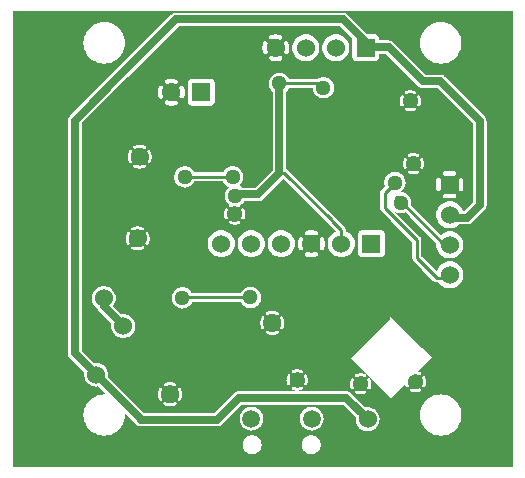
<source format=gbl>
G04 start of page 3 for group 1 idx 3 *
G04 Title: SAP, bottom power *
G04 Creator: pcb 4.0.2 *
G04 CreationDate: Sat Jan 19 10:52:36 2019 UTC *
G04 For: phil *
G04 Format: Gerber/RS-274X *
G04 PCB-Dimensions (mil): 1811.02 1574.80 *
G04 PCB-Coordinate-Origin: lower left *
%MOIN*%
%FSLAX25Y25*%
%LNGBL*%
%ADD36C,0.0433*%
%ADD35C,0.0433*%
%ADD34C,0.1181*%
%ADD33C,0.0380*%
%ADD32C,0.0350*%
%ADD31C,0.0276*%
%ADD30C,0.0512*%
%ADD29C,0.0591*%
%ADD28C,0.0600*%
%ADD27C,0.0250*%
%ADD26C,0.0001*%
%ADD25C,0.0100*%
G54D25*X127441Y100433D02*X124016Y97008D01*
Y92087D01*
X134803Y81299D01*
Y75315D01*
X141378Y68740D01*
X128071Y95630D02*X127913D01*
X109843Y144606D02*Y145039D01*
X119843Y142953D02*Y145039D01*
X141378Y68740D02*X144961D01*
Y78740D02*X128071Y95630D01*
X107756Y145354D02*X107717Y145315D01*
X56614Y62008D02*X56732Y62126D01*
X79291D01*
X57441Y102323D02*X57480Y102283D01*
X73425D01*
G54D26*G36*
X136586Y32922D02*X136562Y32866D01*
Y35237D01*
X136584Y35187D01*
X136680Y34973D01*
X136754Y34750D01*
X136807Y34522D01*
X136840Y34289D01*
X136850Y34055D01*
X136840Y33821D01*
X136807Y33588D01*
X136754Y33360D01*
X136680Y33137D01*
X136586Y32922D01*
G37*
G36*
X149459Y124170D02*X153498Y120131D01*
Y93885D01*
X150603Y90990D01*
X150033D01*
X150002Y91119D01*
X149731Y91774D01*
X149459Y92217D01*
Y97472D01*
X149576Y97481D01*
X149691Y97509D01*
X149800Y97554D01*
X149901Y97616D01*
X149991Y97692D01*
X150067Y97782D01*
X150129Y97883D01*
X150174Y97992D01*
X150202Y98107D01*
X150209Y98224D01*
Y101224D01*
X150202Y101342D01*
X150174Y101457D01*
X150129Y101566D01*
X150067Y101667D01*
X149991Y101756D01*
X149901Y101833D01*
X149800Y101895D01*
X149691Y101940D01*
X149576Y101967D01*
X149459Y101977D01*
Y124170D01*
G37*
G36*
X145709Y127920D02*X149459Y124170D01*
Y101977D01*
X149341Y101967D01*
X149226Y101940D01*
X149117Y101895D01*
X149016Y101833D01*
X148927Y101756D01*
X148850Y101667D01*
X148788Y101566D01*
X148743Y101457D01*
X148716Y101342D01*
X148709Y101224D01*
Y98224D01*
X148716Y98107D01*
X148743Y97992D01*
X148788Y97883D01*
X148850Y97782D01*
X148927Y97692D01*
X149016Y97616D01*
X149117Y97554D01*
X149226Y97509D01*
X149341Y97481D01*
X149459Y97472D01*
Y92217D01*
X149360Y92378D01*
X148900Y92916D01*
X148362Y93376D01*
X147758Y93746D01*
X147104Y94017D01*
X146415Y94183D01*
X145709Y94238D01*
Y95224D01*
X147209D01*
X147326Y95231D01*
X147441Y95259D01*
X147550Y95304D01*
X147651Y95366D01*
X147741Y95442D01*
X147817Y95532D01*
X147879Y95633D01*
X147924Y95742D01*
X147952Y95857D01*
X147961Y95974D01*
X147952Y96092D01*
X147924Y96207D01*
X147879Y96316D01*
X147817Y96417D01*
X147741Y96506D01*
X147651Y96583D01*
X147550Y96645D01*
X147441Y96690D01*
X147326Y96717D01*
X147209Y96724D01*
X145709D01*
Y102724D01*
X147209D01*
X147326Y102731D01*
X147441Y102759D01*
X147550Y102804D01*
X147651Y102866D01*
X147741Y102942D01*
X147817Y103032D01*
X147879Y103133D01*
X147924Y103242D01*
X147952Y103357D01*
X147961Y103474D01*
X147952Y103592D01*
X147924Y103707D01*
X147879Y103816D01*
X147817Y103917D01*
X147741Y104006D01*
X147651Y104083D01*
X147550Y104145D01*
X147441Y104190D01*
X147326Y104217D01*
X147209Y104224D01*
X145709D01*
Y127920D01*
G37*
G36*
Y157480D02*X166772D01*
Y5748D01*
X145709D01*
Y16718D01*
X145893Y16795D01*
X146818Y17362D01*
X147643Y18066D01*
X148347Y18891D01*
X148914Y19815D01*
X149329Y20817D01*
X149582Y21872D01*
X149646Y22953D01*
X149582Y24034D01*
X149329Y25088D01*
X148914Y26090D01*
X148347Y27015D01*
X147643Y27840D01*
X146818Y28544D01*
X145893Y29111D01*
X145709Y29187D01*
Y65211D01*
X146415Y65266D01*
X147104Y65431D01*
X147758Y65703D01*
X148362Y66073D01*
X148900Y66533D01*
X149360Y67071D01*
X149731Y67675D01*
X150002Y68330D01*
X150167Y69018D01*
X150209Y69724D01*
X150167Y70431D01*
X150002Y71119D01*
X149731Y71774D01*
X149360Y72378D01*
X148900Y72916D01*
X148362Y73376D01*
X147758Y73746D01*
X147104Y74017D01*
X146415Y74183D01*
X145709Y74238D01*
Y75211D01*
X146415Y75266D01*
X147104Y75431D01*
X147758Y75703D01*
X148362Y76073D01*
X148900Y76533D01*
X149360Y77071D01*
X149731Y77675D01*
X150002Y78330D01*
X150167Y79018D01*
X150209Y79724D01*
X150167Y80431D01*
X150002Y81119D01*
X149731Y81774D01*
X149360Y82378D01*
X148900Y82916D01*
X148362Y83376D01*
X147758Y83746D01*
X147104Y84017D01*
X146415Y84183D01*
X145709Y84238D01*
Y85211D01*
X146415Y85266D01*
X147104Y85431D01*
X147758Y85703D01*
X148362Y86073D01*
X148851Y86490D01*
X151447D01*
X151535Y86483D01*
X151888Y86511D01*
X151888Y86511D01*
X152233Y86594D01*
X152560Y86729D01*
X152862Y86914D01*
X153131Y87144D01*
X153189Y87212D01*
X157277Y91299D01*
X157344Y91357D01*
X157574Y91626D01*
X157574Y91626D01*
X157759Y91928D01*
X157895Y92255D01*
X157977Y92600D01*
X158005Y92953D01*
X157998Y93041D01*
Y120787D01*
X157992Y120894D01*
X158005Y121063D01*
X157977Y121416D01*
X157895Y121760D01*
X157759Y122088D01*
X157574Y122390D01*
X157339Y122654D01*
X145709Y134284D01*
Y140734D01*
X145893Y140811D01*
X146818Y141377D01*
X147643Y142082D01*
X148347Y142906D01*
X148914Y143831D01*
X149329Y144833D01*
X149582Y145887D01*
X149646Y146969D01*
X149582Y148050D01*
X149329Y149104D01*
X148914Y150106D01*
X148347Y151031D01*
X147643Y151855D01*
X146818Y152560D01*
X145893Y153126D01*
X145709Y153203D01*
Y157480D01*
G37*
G36*
Y134284D02*X144291Y135702D01*
X144234Y135769D01*
X143964Y135999D01*
X143964Y135999D01*
X143850Y136069D01*
X143662Y136184D01*
X143431Y136280D01*
X143335Y136320D01*
X142991Y136402D01*
X142638Y136430D01*
X142550Y136423D01*
X137664D01*
X136562Y137525D01*
Y143918D01*
X136598Y143831D01*
X137165Y142906D01*
X137869Y142082D01*
X138694Y141377D01*
X139618Y140811D01*
X140620Y140396D01*
X141675Y140143D01*
X142756Y140057D01*
X143837Y140143D01*
X144892Y140396D01*
X145709Y140734D01*
Y134284D01*
G37*
G36*
X141959Y131670D02*X145709Y127920D01*
Y104224D01*
X144209D01*
X144091Y104217D01*
X143976Y104190D01*
X143867Y104145D01*
X143766Y104083D01*
X143677Y104006D01*
X143600Y103917D01*
X143538Y103816D01*
X143493Y103707D01*
X143466Y103592D01*
X143456Y103474D01*
X143466Y103357D01*
X143493Y103242D01*
X143538Y103133D01*
X143600Y103032D01*
X143677Y102942D01*
X143766Y102866D01*
X143867Y102804D01*
X143976Y102759D01*
X144091Y102731D01*
X144209Y102724D01*
X145709D01*
Y96724D01*
X144209D01*
X144091Y96717D01*
X143976Y96690D01*
X143867Y96645D01*
X143766Y96583D01*
X143677Y96506D01*
X143600Y96417D01*
X143538Y96316D01*
X143493Y96207D01*
X143466Y96092D01*
X143456Y95974D01*
X143466Y95857D01*
X143493Y95742D01*
X143538Y95633D01*
X143600Y95532D01*
X143677Y95442D01*
X143766Y95366D01*
X143867Y95304D01*
X143976Y95259D01*
X144091Y95231D01*
X144209Y95224D01*
X145709D01*
Y94238D01*
X145003Y94183D01*
X144314Y94017D01*
X143659Y93746D01*
X143055Y93376D01*
X142517Y92916D01*
X142057Y92378D01*
X141959Y92217D01*
Y97472D01*
X142076Y97481D01*
X142191Y97509D01*
X142300Y97554D01*
X142401Y97616D01*
X142491Y97692D01*
X142567Y97782D01*
X142629Y97883D01*
X142674Y97992D01*
X142702Y98107D01*
X142709Y98224D01*
Y101224D01*
X142702Y101342D01*
X142674Y101457D01*
X142629Y101566D01*
X142567Y101667D01*
X142491Y101756D01*
X142401Y101833D01*
X142300Y101895D01*
X142191Y101940D01*
X142076Y101967D01*
X141959Y101977D01*
Y131670D01*
G37*
G36*
X145709Y84238D02*X145003Y84183D01*
X144314Y84017D01*
X143659Y83746D01*
X143055Y83376D01*
X142727Y83095D01*
X141959Y83863D01*
Y87231D01*
X142057Y87071D01*
X142517Y86533D01*
X143055Y86073D01*
X143659Y85703D01*
X144314Y85431D01*
X145003Y85266D01*
X145709Y85211D01*
Y84238D01*
G37*
G36*
X141959Y83863D02*X136562Y89260D01*
Y104942D01*
X136566Y104943D01*
X136638Y104974D01*
X136704Y105016D01*
X136764Y105068D01*
X136814Y105128D01*
X136853Y105196D01*
X136987Y105494D01*
X137090Y105804D01*
X137164Y106122D01*
X137209Y106445D01*
X137224Y106772D01*
X137209Y107098D01*
X137164Y107421D01*
X137090Y107739D01*
X136987Y108049D01*
X136856Y108349D01*
X136816Y108417D01*
X136766Y108478D01*
X136706Y108530D01*
X136639Y108572D01*
X136566Y108603D01*
X136562Y108604D01*
Y131930D01*
X136732Y131916D01*
X136820Y131923D01*
X141706D01*
X141959Y131670D01*
Y101977D01*
X141841Y101967D01*
X141726Y101940D01*
X141617Y101895D01*
X141516Y101833D01*
X141427Y101756D01*
X141350Y101667D01*
X141288Y101566D01*
X141243Y101457D01*
X141216Y101342D01*
X141209Y101224D01*
Y98224D01*
X141216Y98107D01*
X141243Y97992D01*
X141288Y97883D01*
X141350Y97782D01*
X141427Y97692D01*
X141516Y97616D01*
X141617Y97554D01*
X141726Y97509D01*
X141841Y97481D01*
X141959Y97472D01*
Y92217D01*
X141687Y91774D01*
X141416Y91119D01*
X141250Y90431D01*
X141195Y89724D01*
X141250Y89018D01*
X141416Y88330D01*
X141687Y87675D01*
X141959Y87231D01*
Y83863D01*
G37*
G36*
X145709Y74238D02*X145003Y74183D01*
X144314Y74017D01*
X143659Y73746D01*
X143055Y73376D01*
X142517Y72916D01*
X142057Y72378D01*
X141687Y71774D01*
X141416Y71119D01*
X141358Y70881D01*
X136562Y75677D01*
Y85017D01*
X141243Y80337D01*
X141195Y79724D01*
X141250Y79018D01*
X141416Y78330D01*
X141687Y77675D01*
X142057Y77071D01*
X142517Y76533D01*
X143055Y76073D01*
X143659Y75703D01*
X144314Y75431D01*
X145003Y75266D01*
X145709Y75211D01*
Y74238D01*
G37*
G36*
Y29187D02*X144892Y29526D01*
X143837Y29779D01*
X142756Y29864D01*
X141675Y29779D01*
X140620Y29526D01*
X139618Y29111D01*
X138694Y28544D01*
X137869Y27840D01*
X137165Y27015D01*
X136598Y26090D01*
X136562Y26004D01*
Y32534D01*
X136591Y32468D01*
X136632Y32401D01*
X136684Y32342D01*
X136745Y32292D01*
X136812Y32251D01*
X136886Y32222D01*
X136962Y32205D01*
X137041Y32200D01*
X137119Y32207D01*
X137195Y32226D01*
X137268Y32257D01*
X137334Y32299D01*
X137394Y32351D01*
X137444Y32412D01*
X137483Y32480D01*
X137617Y32777D01*
X137720Y33087D01*
X137794Y33405D01*
X137839Y33729D01*
X137854Y34055D01*
X137839Y34381D01*
X137794Y34705D01*
X137720Y35023D01*
X137617Y35333D01*
X137486Y35632D01*
X137446Y35700D01*
X137396Y35761D01*
X137336Y35813D01*
X137269Y35855D01*
X137196Y35887D01*
X137120Y35906D01*
X137041Y35913D01*
X136962Y35908D01*
X136885Y35891D01*
X136811Y35861D01*
X136743Y35821D01*
X136682Y35770D01*
X136630Y35711D01*
X136588Y35644D01*
X136562Y35583D01*
Y39082D01*
X139685Y42205D01*
X136562Y45327D01*
Y71435D01*
X140276Y67721D01*
X140314Y67676D01*
X140494Y67523D01*
X140695Y67400D01*
X140913Y67309D01*
X141143Y67254D01*
X141378Y67236D01*
X141437Y67240D01*
X141953D01*
X142057Y67071D01*
X142517Y66533D01*
X143055Y66073D01*
X143659Y65703D01*
X144314Y65431D01*
X145003Y65266D01*
X145709Y65211D01*
Y29187D01*
G37*
G36*
Y5748D02*X136562D01*
Y19902D01*
X136598Y19815D01*
X137165Y18891D01*
X137869Y18066D01*
X138694Y17362D01*
X139618Y16795D01*
X140620Y16380D01*
X141675Y16127D01*
X142756Y16042D01*
X143837Y16127D01*
X144892Y16380D01*
X145709Y16718D01*
Y5748D01*
G37*
G36*
X136562Y157480D02*X145709D01*
Y153203D01*
X144892Y153541D01*
X143837Y153794D01*
X142756Y153880D01*
X141675Y153794D01*
X140620Y153541D01*
X139618Y153126D01*
X138694Y152560D01*
X137869Y151855D01*
X137165Y151031D01*
X136598Y150106D01*
X136562Y150019D01*
Y157480D01*
G37*
G36*
Y89260D02*X135539Y90283D01*
Y125847D01*
X135542Y125848D01*
X135614Y125879D01*
X135681Y125921D01*
X135740Y125973D01*
X135790Y126034D01*
X135829Y126102D01*
X135964Y126399D01*
X136067Y126709D01*
X136141Y127027D01*
X136186Y127351D01*
X136201Y127677D01*
X136186Y128003D01*
X136141Y128327D01*
X136067Y128645D01*
X135964Y128955D01*
X135833Y129254D01*
X135793Y129322D01*
X135742Y129383D01*
X135682Y129435D01*
X135616Y129477D01*
X135543Y129509D01*
X135539Y129510D01*
Y132266D01*
X135593Y132233D01*
X135708Y132162D01*
X136035Y132027D01*
X136379Y131944D01*
X136379D01*
X136562Y131930D01*
Y108604D01*
X136490Y108623D01*
X136411Y108630D01*
X136332Y108625D01*
X136255Y108607D01*
X136181Y108578D01*
X136113Y108537D01*
X136053Y108487D01*
X136000Y108427D01*
X135958Y108360D01*
X135927Y108288D01*
X135908Y108211D01*
X135900Y108132D01*
X135906Y108053D01*
X135923Y107976D01*
X135954Y107903D01*
X136050Y107689D01*
X136124Y107467D01*
X136178Y107238D01*
X136210Y107006D01*
X136220Y106772D01*
X136210Y106537D01*
X136178Y106305D01*
X136124Y106077D01*
X136050Y105854D01*
X135956Y105639D01*
X135926Y105567D01*
X135908Y105490D01*
X135903Y105411D01*
X135910Y105333D01*
X135930Y105257D01*
X135961Y105184D01*
X136003Y105118D01*
X136054Y105059D01*
X136115Y105008D01*
X136183Y104968D01*
X136256Y104939D01*
X136332Y104921D01*
X136411Y104916D01*
X136489Y104923D01*
X136562Y104942D01*
Y89260D01*
G37*
G36*
Y75677D02*X136303Y75936D01*
Y81240D01*
X136308Y81299D01*
X136289Y81535D01*
X136234Y81764D01*
X136144Y81982D01*
X136020Y82184D01*
X135867Y82363D01*
X135822Y82401D01*
X135539Y82685D01*
Y86041D01*
X136562Y85017D01*
Y75677D01*
G37*
G36*
Y45327D02*X135539Y46351D01*
Y72458D01*
X136562Y71435D01*
Y45327D01*
G37*
G36*
Y5748D02*X135539D01*
Y30719D01*
X135569Y30729D01*
X135868Y30860D01*
X135936Y30900D01*
X135997Y30951D01*
X136049Y31010D01*
X136092Y31077D01*
X136123Y31150D01*
X136142Y31227D01*
X136149Y31306D01*
X136144Y31385D01*
X136127Y31462D01*
X136097Y31535D01*
X136057Y31603D01*
X136006Y31664D01*
X135947Y31716D01*
X135880Y31758D01*
X135807Y31790D01*
X135731Y31809D01*
X135652Y31816D01*
X135573Y31811D01*
X135539Y31803D01*
Y36310D01*
X135573Y36302D01*
X135652Y36297D01*
X135730Y36304D01*
X135806Y36323D01*
X135879Y36354D01*
X135945Y36396D01*
X136004Y36448D01*
X136055Y36509D01*
X136095Y36576D01*
X136124Y36649D01*
X136142Y36726D01*
X136147Y36805D01*
X136140Y36883D01*
X136120Y36959D01*
X136089Y37032D01*
X136047Y37098D01*
X135995Y37157D01*
X135935Y37208D01*
X135867Y37247D01*
X135569Y37381D01*
X135539Y37391D01*
Y38058D01*
X136562Y39082D01*
Y35583D01*
X136557Y35571D01*
X136537Y35494D01*
X136530Y35415D01*
X136535Y35337D01*
X136553Y35259D01*
X136562Y35237D01*
Y32866D01*
X136556Y32850D01*
X136538Y32773D01*
X136533Y32695D01*
X136540Y32616D01*
X136559Y32540D01*
X136562Y32534D01*
Y26004D01*
X136183Y25088D01*
X135930Y24034D01*
X135845Y22953D01*
X135930Y21872D01*
X136183Y20817D01*
X136562Y19902D01*
Y5748D01*
G37*
G36*
X135539Y157480D02*X136562D01*
Y150019D01*
X136183Y149104D01*
X135930Y148050D01*
X135845Y146969D01*
X135930Y145887D01*
X136183Y144833D01*
X136562Y143918D01*
Y137525D01*
X135539Y138549D01*
Y157480D01*
G37*
G36*
Y90283D02*X132878Y92944D01*
X132936Y93182D01*
X132969Y93740D01*
X132936Y94299D01*
X132805Y94843D01*
X132639Y95243D01*
Y103361D01*
X132694Y103343D01*
X133012Y103269D01*
X133335Y103224D01*
X133661Y103209D01*
X133988Y103224D01*
X134311Y103269D01*
X134629Y103343D01*
X134939Y103446D01*
X135238Y103577D01*
X135307Y103617D01*
X135367Y103667D01*
X135419Y103727D01*
X135462Y103794D01*
X135493Y103867D01*
X135512Y103943D01*
X135520Y104022D01*
X135514Y104101D01*
X135497Y104178D01*
X135468Y104252D01*
X135427Y104320D01*
X135376Y104381D01*
X135317Y104433D01*
X135250Y104475D01*
X135177Y104506D01*
X135101Y104526D01*
X135022Y104533D01*
X134943Y104528D01*
X134866Y104510D01*
X134793Y104479D01*
X134579Y104383D01*
X134357Y104309D01*
X134128Y104256D01*
X133896Y104223D01*
X133661Y104213D01*
X133427Y104223D01*
X133195Y104256D01*
X132966Y104309D01*
X132744Y104383D01*
X132639Y104429D01*
Y109113D01*
X132744Y109160D01*
X132966Y109234D01*
X133195Y109288D01*
X133427Y109320D01*
X133661Y109331D01*
X133896Y109320D01*
X134128Y109288D01*
X134357Y109234D01*
X134579Y109160D01*
X134794Y109066D01*
X134866Y109036D01*
X134943Y109018D01*
X135022Y109013D01*
X135100Y109020D01*
X135176Y109040D01*
X135249Y109071D01*
X135315Y109113D01*
X135374Y109165D01*
X135425Y109225D01*
X135465Y109293D01*
X135494Y109366D01*
X135512Y109443D01*
X135517Y109521D01*
X135510Y109600D01*
X135490Y109676D01*
X135459Y109748D01*
X135417Y109815D01*
X135365Y109874D01*
X135305Y109924D01*
X135237Y109963D01*
X134939Y110097D01*
X134629Y110200D01*
X134311Y110275D01*
X133988Y110319D01*
X133661Y110334D01*
X133335Y110319D01*
X133012Y110275D01*
X132694Y110200D01*
X132639Y110182D01*
Y124114D01*
X132964Y124129D01*
X133288Y124174D01*
X133606Y124248D01*
X133916Y124351D01*
X134215Y124482D01*
X134283Y124522D01*
X134344Y124573D01*
X134396Y124632D01*
X134438Y124699D01*
X134469Y124772D01*
X134489Y124849D01*
X134496Y124928D01*
X134491Y125007D01*
X134473Y125084D01*
X134444Y125157D01*
X134403Y125225D01*
X134353Y125286D01*
X134293Y125338D01*
X134226Y125380D01*
X134154Y125412D01*
X134077Y125431D01*
X133998Y125438D01*
X133919Y125433D01*
X133842Y125416D01*
X133769Y125385D01*
X133556Y125288D01*
X133333Y125214D01*
X133104Y125161D01*
X132872Y125129D01*
X132639Y125118D01*
Y130236D01*
X132872Y130225D01*
X133104Y130193D01*
X133333Y130140D01*
X133556Y130066D01*
X133770Y129972D01*
X133843Y129941D01*
X133920Y129924D01*
X133998Y129919D01*
X134076Y129926D01*
X134153Y129945D01*
X134225Y129976D01*
X134292Y130018D01*
X134351Y130070D01*
X134401Y130131D01*
X134441Y130198D01*
X134471Y130271D01*
X134488Y130348D01*
X134493Y130427D01*
X134486Y130505D01*
X134467Y130581D01*
X134436Y130654D01*
X134394Y130720D01*
X134342Y130779D01*
X134281Y130830D01*
X134213Y130869D01*
X133916Y131003D01*
X133606Y131106D01*
X133288Y131180D01*
X132964Y131225D01*
X132639Y131240D01*
Y135084D01*
X135079Y132645D01*
X135136Y132577D01*
X135406Y132347D01*
X135406Y132347D01*
X135539Y132266D01*
Y129510D01*
X135466Y129528D01*
X135387Y129535D01*
X135308Y129530D01*
X135231Y129513D01*
X135158Y129483D01*
X135090Y129443D01*
X135029Y129392D01*
X134977Y129333D01*
X134935Y129266D01*
X134903Y129193D01*
X134884Y129116D01*
X134877Y129038D01*
X134882Y128959D01*
X134899Y128881D01*
X134930Y128809D01*
X135027Y128595D01*
X135101Y128372D01*
X135154Y128144D01*
X135186Y127912D01*
X135197Y127677D01*
X135186Y127443D01*
X135154Y127210D01*
X135101Y126982D01*
X135027Y126759D01*
X134933Y126545D01*
X134902Y126472D01*
X134885Y126395D01*
X134879Y126317D01*
X134887Y126238D01*
X134906Y126162D01*
X134937Y126090D01*
X134979Y126023D01*
X135031Y125964D01*
X135091Y125914D01*
X135159Y125873D01*
X135232Y125844D01*
X135309Y125827D01*
X135387Y125822D01*
X135466Y125829D01*
X135539Y125847D01*
Y90283D01*
G37*
G36*
Y82685D02*X132639Y85585D01*
Y88940D01*
X135539Y86041D01*
Y82685D01*
G37*
G36*
Y46351D02*X132639Y49251D01*
Y81342D01*
X133303Y80678D01*
Y75374D01*
X133299Y75315D01*
X133317Y75080D01*
X133372Y74850D01*
X133463Y74632D01*
X133586Y74431D01*
X133739Y74251D01*
X133784Y74213D01*
X135539Y72458D01*
Y46351D01*
G37*
G36*
Y37391D02*X135259Y37484D01*
X135020Y37540D01*
X135539Y38058D01*
Y37391D01*
G37*
G36*
Y31803D02*X135496Y31794D01*
X135423Y31763D01*
X135209Y31666D01*
X134986Y31592D01*
X134758Y31539D01*
X134526Y31507D01*
X134291Y31496D01*
X134057Y31507D01*
X133825Y31539D01*
X133596Y31592D01*
X133374Y31666D01*
X133159Y31760D01*
X133086Y31791D01*
X133010Y31808D01*
X132931Y31814D01*
X132853Y31806D01*
X132776Y31787D01*
X132704Y31756D01*
X132639Y31715D01*
Y35159D01*
X134085Y36605D01*
X134291Y36614D01*
X134526Y36603D01*
X134758Y36571D01*
X134986Y36518D01*
X135209Y36444D01*
X135424Y36350D01*
X135496Y36319D01*
X135539Y36310D01*
Y31803D01*
G37*
G36*
Y5748D02*X132639D01*
Y30910D01*
X132648Y30903D01*
X132716Y30864D01*
X133014Y30729D01*
X133324Y30626D01*
X133642Y30552D01*
X133965Y30507D01*
X134291Y30492D01*
X134618Y30507D01*
X134941Y30552D01*
X135259Y30626D01*
X135539Y30719D01*
Y5748D01*
G37*
G36*
X132639Y157480D02*X135539D01*
Y138549D01*
X132639Y141448D01*
Y157480D01*
G37*
G36*
Y95243D02*X132590Y95361D01*
X132298Y95839D01*
X131934Y96265D01*
X131508Y96628D01*
X131030Y96921D01*
X130761Y97033D01*
Y99147D01*
X130836Y99330D01*
X130967Y99875D01*
X131000Y100433D01*
X130967Y100992D01*
X130836Y101536D01*
X130761Y101719D01*
Y104939D01*
X130833Y104921D01*
X130912Y104914D01*
X130991Y104919D01*
X131068Y104936D01*
X131141Y104966D01*
X131209Y105006D01*
X131270Y105057D01*
X131322Y105116D01*
X131365Y105183D01*
X131396Y105256D01*
X131415Y105332D01*
X131423Y105411D01*
X131417Y105490D01*
X131400Y105567D01*
X131369Y105640D01*
X131273Y105854D01*
X131199Y106077D01*
X131145Y106305D01*
X131113Y106537D01*
X131102Y106772D01*
X131113Y107006D01*
X131145Y107238D01*
X131199Y107467D01*
X131273Y107689D01*
X131367Y107904D01*
X131397Y107977D01*
X131415Y108053D01*
X131420Y108132D01*
X131413Y108210D01*
X131393Y108287D01*
X131362Y108359D01*
X131320Y108426D01*
X131268Y108485D01*
X131208Y108535D01*
X131140Y108575D01*
X131067Y108605D01*
X130990Y108622D01*
X130912Y108627D01*
X130834Y108620D01*
X130761Y108601D01*
Y136963D01*
X132639Y135084D01*
Y131240D01*
X132638Y131240D01*
X132312Y131225D01*
X131988Y131180D01*
X131670Y131106D01*
X131360Y131003D01*
X131061Y130872D01*
X130993Y130832D01*
X130932Y130781D01*
X130880Y130722D01*
X130838Y130655D01*
X130806Y130582D01*
X130787Y130505D01*
X130780Y130427D01*
X130785Y130348D01*
X130802Y130271D01*
X130832Y130197D01*
X130872Y130129D01*
X130923Y130068D01*
X130982Y130016D01*
X131049Y129974D01*
X131122Y129943D01*
X131199Y129923D01*
X131277Y129916D01*
X131356Y129921D01*
X131434Y129939D01*
X131506Y129970D01*
X131720Y130066D01*
X131943Y130140D01*
X132171Y130193D01*
X132403Y130225D01*
X132638Y130236D01*
X132639Y130236D01*
Y125118D01*
X132638Y125118D01*
X132403Y125129D01*
X132171Y125161D01*
X131943Y125214D01*
X131720Y125288D01*
X131505Y125382D01*
X131433Y125413D01*
X131356Y125430D01*
X131277Y125436D01*
X131199Y125428D01*
X131123Y125409D01*
X131050Y125378D01*
X130984Y125336D01*
X130925Y125284D01*
X130874Y125224D01*
X130834Y125156D01*
X130805Y125083D01*
X130788Y125006D01*
X130782Y124928D01*
X130790Y124849D01*
X130809Y124773D01*
X130840Y124701D01*
X130882Y124634D01*
X130934Y124575D01*
X130994Y124525D01*
X131063Y124486D01*
X131360Y124351D01*
X131670Y124248D01*
X131988Y124174D01*
X132312Y124129D01*
X132638Y124114D01*
X132639Y124114D01*
Y110182D01*
X132384Y110097D01*
X132085Y109966D01*
X132016Y109926D01*
X131955Y109876D01*
X131903Y109816D01*
X131861Y109749D01*
X131830Y109677D01*
X131810Y109600D01*
X131803Y109521D01*
X131808Y109442D01*
X131826Y109365D01*
X131855Y109292D01*
X131896Y109224D01*
X131946Y109163D01*
X132006Y109111D01*
X132073Y109068D01*
X132146Y109037D01*
X132222Y109018D01*
X132301Y109011D01*
X132380Y109016D01*
X132457Y109033D01*
X132530Y109064D01*
X132639Y109113D01*
Y104429D01*
X132529Y104477D01*
X132456Y104507D01*
X132380Y104525D01*
X132301Y104530D01*
X132223Y104523D01*
X132146Y104504D01*
X132074Y104472D01*
X132008Y104431D01*
X131948Y104379D01*
X131898Y104318D01*
X131858Y104251D01*
X131829Y104177D01*
X131811Y104101D01*
X131806Y104022D01*
X131813Y103944D01*
X131832Y103868D01*
X131864Y103795D01*
X131906Y103729D01*
X131957Y103669D01*
X132018Y103619D01*
X132086Y103580D01*
X132384Y103446D01*
X132639Y103361D01*
Y95243D01*
G37*
G36*
X130761Y101719D02*X130622Y102054D01*
X130329Y102531D01*
X129965Y102957D01*
X129737Y103153D01*
Y125845D01*
X129809Y125826D01*
X129888Y125819D01*
X129967Y125824D01*
X130044Y125842D01*
X130118Y125871D01*
X130186Y125912D01*
X130247Y125962D01*
X130299Y126022D01*
X130341Y126089D01*
X130372Y126161D01*
X130392Y126238D01*
X130399Y126317D01*
X130394Y126396D01*
X130376Y126473D01*
X130345Y126546D01*
X130249Y126759D01*
X130175Y126982D01*
X130122Y127210D01*
X130089Y127443D01*
X130079Y127677D01*
X130089Y127912D01*
X130122Y128144D01*
X130175Y128372D01*
X130249Y128595D01*
X130343Y128810D01*
X130374Y128882D01*
X130391Y128959D01*
X130396Y129038D01*
X130389Y129116D01*
X130370Y129192D01*
X130339Y129264D01*
X130297Y129331D01*
X130245Y129390D01*
X130184Y129441D01*
X130117Y129481D01*
X130044Y129510D01*
X129967Y129527D01*
X129888Y129533D01*
X129810Y129525D01*
X129737Y129507D01*
Y137987D01*
X130761Y136963D01*
Y108601D01*
X130757Y108601D01*
X130685Y108570D01*
X130618Y108528D01*
X130559Y108476D01*
X130509Y108415D01*
X130470Y108347D01*
X130336Y108049D01*
X130233Y107739D01*
X130158Y107421D01*
X130114Y107098D01*
X130099Y106772D01*
X130114Y106445D01*
X130158Y106122D01*
X130233Y105804D01*
X130336Y105494D01*
X130467Y105195D01*
X130507Y105127D01*
X130557Y105066D01*
X130617Y105014D01*
X130684Y104971D01*
X130756Y104940D01*
X130761Y104939D01*
Y101719D01*
G37*
G36*
Y97033D02*X130513Y97135D01*
X129968Y97266D01*
X129737Y97284D01*
Y97714D01*
X129965Y97909D01*
X130329Y98335D01*
X130622Y98812D01*
X130761Y99147D01*
Y97033D01*
G37*
G36*
X129737Y103153D02*X129539Y103321D01*
X129062Y103614D01*
X128544Y103828D01*
X127999Y103959D01*
X127441Y104003D01*
X126882Y103959D01*
X126338Y103828D01*
X126240Y103788D01*
Y141483D01*
X129737Y137987D01*
Y129507D01*
X129734Y129506D01*
X129661Y129475D01*
X129595Y129433D01*
X129536Y129381D01*
X129485Y129321D01*
X129446Y129252D01*
X129312Y128955D01*
X129209Y128645D01*
X129135Y128327D01*
X129090Y128003D01*
X129075Y127677D01*
X129090Y127351D01*
X129135Y127027D01*
X129209Y126709D01*
X129312Y126399D01*
X129443Y126100D01*
X129483Y126032D01*
X129534Y125971D01*
X129593Y125919D01*
X129660Y125877D01*
X129733Y125846D01*
X129737Y125845D01*
Y103153D01*
G37*
G36*
Y97284D02*X129409Y97310D01*
X129119Y97287D01*
X129539Y97545D01*
X129737Y97714D01*
Y97284D01*
G37*
G36*
X132639Y85585D02*X127468Y90756D01*
X127789Y90559D01*
X128306Y90345D01*
X128851Y90214D01*
X129409Y90170D01*
X129968Y90214D01*
X130513Y90345D01*
X131023Y90556D01*
X132639Y88940D01*
Y85585D01*
G37*
G36*
Y49251D02*X126240Y55650D01*
Y87741D01*
X132639Y81342D01*
Y49251D01*
G37*
G36*
Y5748D02*X126240D01*
Y28760D01*
X130807Y33326D01*
X130863Y33087D01*
X130966Y32777D01*
X131097Y32478D01*
X131137Y32410D01*
X131187Y32349D01*
X131247Y32297D01*
X131314Y32255D01*
X131386Y32224D01*
X131463Y32204D01*
X131542Y32197D01*
X131621Y32202D01*
X131698Y32220D01*
X131771Y32249D01*
X131839Y32289D01*
X131900Y32340D01*
X131952Y32400D01*
X131995Y32467D01*
X132026Y32539D01*
X132045Y32616D01*
X132052Y32695D01*
X132047Y32774D01*
X132030Y32851D01*
X131999Y32924D01*
X131903Y33137D01*
X131829Y33360D01*
X131775Y33588D01*
X131743Y33821D01*
X131732Y34055D01*
X131742Y34261D01*
X132639Y35159D01*
Y31715D01*
X132637Y31714D01*
X132578Y31662D01*
X132528Y31602D01*
X132488Y31534D01*
X132458Y31461D01*
X132441Y31384D01*
X132436Y31306D01*
X132443Y31227D01*
X132462Y31151D01*
X132493Y31079D01*
X132535Y31012D01*
X132587Y30953D01*
X132639Y30910D01*
Y5748D01*
G37*
G36*
X126240Y157480D02*X132639D01*
Y141448D01*
X127008Y147080D01*
X126950Y147147D01*
X126681Y147377D01*
X126681Y147377D01*
X126566Y147447D01*
X126379Y147562D01*
X126240Y147620D01*
Y157480D01*
G37*
G36*
X116025Y140857D02*X120991Y140868D01*
X121221Y140923D01*
X121439Y141014D01*
X121640Y141137D01*
X121820Y141290D01*
X121973Y141470D01*
X122097Y141671D01*
X122187Y141889D01*
X122242Y142119D01*
X122256Y142354D01*
X122254Y143301D01*
X124422D01*
X126240Y141483D01*
Y103788D01*
X125820Y103614D01*
X125343Y103321D01*
X124917Y102957D01*
X124553Y102531D01*
X124260Y102054D01*
X124046Y101536D01*
X123915Y100992D01*
X123871Y100433D01*
X123915Y99875D01*
X124046Y99330D01*
X124096Y99209D01*
X122997Y98110D01*
X122952Y98072D01*
X122798Y97892D01*
X122675Y97691D01*
X122585Y97473D01*
X122530Y97243D01*
X122530Y97243D01*
X122511Y97008D01*
X122516Y96949D01*
Y92145D01*
X122511Y92087D01*
X122530Y91851D01*
X122585Y91622D01*
X122675Y91404D01*
X122798Y91202D01*
X122952Y91023D01*
X122997Y90984D01*
X126240Y87741D01*
Y55650D01*
X125984Y55906D01*
Y55000D01*
X116025Y45041D01*
Y75696D01*
X116141Y75648D01*
X116371Y75593D01*
X116606Y75579D01*
X122842Y75593D01*
X123071Y75648D01*
X123289Y75738D01*
X123491Y75861D01*
X123670Y76015D01*
X123824Y76194D01*
X123947Y76396D01*
X124037Y76614D01*
X124092Y76843D01*
X124106Y77079D01*
X124092Y83314D01*
X124037Y83544D01*
X123947Y83762D01*
X123824Y83963D01*
X123670Y84143D01*
X123491Y84296D01*
X123289Y84419D01*
X123071Y84510D01*
X122842Y84565D01*
X122606Y84579D01*
X116371Y84565D01*
X116141Y84510D01*
X116025Y84462D01*
Y140857D01*
G37*
G36*
X118924Y17569D02*X118974Y17572D01*
X119586Y17719D01*
X120168Y17960D01*
X120705Y18289D01*
X121184Y18698D01*
X121593Y19177D01*
X121921Y19714D01*
X122162Y20296D01*
X122309Y20908D01*
X122346Y21535D01*
X122309Y22163D01*
X122162Y22775D01*
X121921Y23357D01*
X121593Y23894D01*
X121184Y24373D01*
X120705Y24781D01*
X120168Y25110D01*
X119586Y25351D01*
X118974Y25498D01*
X118924Y25502D01*
Y31517D01*
X118928Y31518D01*
X119000Y31549D01*
X119067Y31591D01*
X119126Y31642D01*
X119176Y31703D01*
X119215Y31771D01*
X119349Y32069D01*
X119452Y32379D01*
X119527Y32697D01*
X119571Y33020D01*
X119586Y33346D01*
X119571Y33673D01*
X119527Y33996D01*
X119452Y34314D01*
X119349Y34624D01*
X119218Y34923D01*
X119178Y34992D01*
X119128Y35052D01*
X119068Y35105D01*
X119001Y35147D01*
X118929Y35178D01*
X118924Y35179D01*
Y35721D01*
X126063Y28583D01*
X126240Y28760D01*
Y5748D01*
X118924D01*
Y17569D01*
G37*
G36*
Y25502D02*X118346Y25548D01*
X117719Y25498D01*
X117595Y25469D01*
X116025Y27039D01*
Y29784D01*
X116350Y29799D01*
X116673Y29843D01*
X116991Y29918D01*
X117301Y30021D01*
X117601Y30152D01*
X117669Y30192D01*
X117730Y30242D01*
X117782Y30302D01*
X117824Y30369D01*
X117855Y30441D01*
X117875Y30518D01*
X117882Y30597D01*
X117877Y30676D01*
X117859Y30753D01*
X117830Y30827D01*
X117789Y30895D01*
X117739Y30955D01*
X117679Y31007D01*
X117612Y31050D01*
X117539Y31081D01*
X117463Y31100D01*
X117384Y31108D01*
X117305Y31102D01*
X117228Y31085D01*
X117155Y31054D01*
X116941Y30958D01*
X116719Y30884D01*
X116490Y30830D01*
X116258Y30798D01*
X116025Y30787D01*
Y35905D01*
X116258Y35895D01*
X116490Y35863D01*
X116719Y35809D01*
X116941Y35735D01*
X117156Y35641D01*
X117229Y35611D01*
X117305Y35593D01*
X117384Y35588D01*
X117462Y35595D01*
X117539Y35615D01*
X117611Y35646D01*
X117678Y35688D01*
X117737Y35739D01*
X117787Y35800D01*
X117827Y35868D01*
X117856Y35941D01*
X117874Y36017D01*
X117879Y36096D01*
X117872Y36174D01*
X117853Y36251D01*
X117822Y36323D01*
X117780Y36390D01*
X117728Y36449D01*
X117667Y36499D01*
X117599Y36538D01*
X117301Y36672D01*
X116991Y36775D01*
X116673Y36850D01*
X116350Y36894D01*
X116025Y36909D01*
Y38621D01*
X118924Y35721D01*
Y35179D01*
X118852Y35197D01*
X118773Y35205D01*
X118694Y35199D01*
X118617Y35182D01*
X118544Y35153D01*
X118476Y35112D01*
X118415Y35061D01*
X118363Y35002D01*
X118320Y34935D01*
X118289Y34862D01*
X118270Y34786D01*
X118263Y34707D01*
X118268Y34628D01*
X118285Y34551D01*
X118316Y34478D01*
X118412Y34264D01*
X118486Y34042D01*
X118540Y33813D01*
X118572Y33581D01*
X118583Y33346D01*
X118572Y33112D01*
X118540Y32880D01*
X118486Y32651D01*
X118412Y32429D01*
X118318Y32214D01*
X118288Y32141D01*
X118270Y32065D01*
X118265Y31986D01*
X118272Y31908D01*
X118292Y31831D01*
X118323Y31759D01*
X118365Y31693D01*
X118417Y31633D01*
X118477Y31583D01*
X118545Y31543D01*
X118618Y31514D01*
X118695Y31496D01*
X118773Y31491D01*
X118851Y31498D01*
X118924Y31517D01*
Y25502D01*
G37*
G36*
X116025Y18267D02*X116525Y17960D01*
X117107Y17719D01*
X117719Y17572D01*
X118346Y17523D01*
X118924Y17569D01*
Y5748D01*
X116025D01*
Y18267D01*
G37*
G36*
X113123Y77267D02*X113258Y77426D01*
X113628Y78029D01*
X113899Y78684D01*
X114065Y79373D01*
X114106Y80079D01*
X114065Y80785D01*
X113899Y81474D01*
X113628Y82128D01*
X113258Y82732D01*
X113123Y82890D01*
Y148656D01*
X113265Y148513D01*
X113256Y148354D01*
X113270Y142119D01*
X113325Y141889D01*
X113415Y141671D01*
X113539Y141470D01*
X113692Y141290D01*
X113872Y141137D01*
X114073Y141014D01*
X114291Y140923D01*
X114521Y140868D01*
X114756Y140854D01*
X116025Y140857D01*
Y84462D01*
X115923Y84419D01*
X115722Y84296D01*
X115542Y84143D01*
X115389Y83963D01*
X115266Y83762D01*
X115175Y83544D01*
X115120Y83314D01*
X115106Y83079D01*
X115120Y76843D01*
X115175Y76614D01*
X115266Y76396D01*
X115389Y76194D01*
X115542Y76015D01*
X115722Y75861D01*
X115923Y75738D01*
X116025Y75696D01*
Y45041D01*
X113123Y42139D01*
Y77267D01*
G37*
G36*
X116025Y27039D02*X113123Y29941D01*
Y31514D01*
X113195Y31496D01*
X113274Y31488D01*
X113353Y31494D01*
X113430Y31511D01*
X113504Y31540D01*
X113572Y31581D01*
X113632Y31631D01*
X113685Y31691D01*
X113727Y31758D01*
X113758Y31831D01*
X113778Y31907D01*
X113785Y31986D01*
X113780Y32065D01*
X113762Y32142D01*
X113731Y32215D01*
X113635Y32429D01*
X113561Y32651D01*
X113507Y32880D01*
X113475Y33112D01*
X113465Y33346D01*
X113475Y33581D01*
X113507Y33813D01*
X113561Y34042D01*
X113635Y34264D01*
X113729Y34479D01*
X113759Y34552D01*
X113777Y34628D01*
X113782Y34707D01*
X113775Y34785D01*
X113755Y34861D01*
X113724Y34934D01*
X113682Y35000D01*
X113631Y35060D01*
X113570Y35110D01*
X113502Y35150D01*
X113429Y35179D01*
X113353Y35197D01*
X113274Y35202D01*
X113196Y35195D01*
X113123Y35176D01*
Y41523D01*
X116025Y38621D01*
Y36909D01*
X116024Y36909D01*
X115697Y36894D01*
X115374Y36850D01*
X115056Y36775D01*
X114746Y36672D01*
X114447Y36541D01*
X114379Y36501D01*
X114318Y36451D01*
X114266Y36391D01*
X114223Y36324D01*
X114192Y36251D01*
X114173Y36175D01*
X114165Y36096D01*
X114171Y36017D01*
X114188Y35940D01*
X114218Y35866D01*
X114258Y35798D01*
X114309Y35738D01*
X114368Y35685D01*
X114435Y35643D01*
X114508Y35612D01*
X114584Y35593D01*
X114663Y35585D01*
X114742Y35591D01*
X114819Y35608D01*
X114892Y35639D01*
X115106Y35735D01*
X115328Y35809D01*
X115557Y35863D01*
X115789Y35895D01*
X116024Y35906D01*
X116025Y35905D01*
Y30787D01*
X116024Y30787D01*
X115789Y30798D01*
X115557Y30830D01*
X115328Y30884D01*
X115106Y30958D01*
X114891Y31052D01*
X114819Y31082D01*
X114742Y31100D01*
X114663Y31105D01*
X114585Y31098D01*
X114509Y31078D01*
X114436Y31047D01*
X114370Y31005D01*
X114311Y30953D01*
X114260Y30893D01*
X114220Y30825D01*
X114191Y30752D01*
X114173Y30675D01*
X114168Y30597D01*
X114175Y30519D01*
X114195Y30442D01*
X114226Y30370D01*
X114268Y30303D01*
X114320Y30244D01*
X114380Y30194D01*
X114448Y30155D01*
X114746Y30021D01*
X115056Y29918D01*
X115374Y29843D01*
X115697Y29799D01*
X116024Y29784D01*
X116025Y29784D01*
Y27039D01*
G37*
G36*
X113123Y82890D02*X112798Y83271D01*
X112259Y83731D01*
X111656Y84101D01*
X111106Y84328D01*
Y84548D01*
X111111Y84606D01*
X111092Y84842D01*
X111037Y85071D01*
X110947Y85289D01*
X110824Y85491D01*
X110670Y85670D01*
X110625Y85709D01*
X107749Y88585D01*
Y140841D01*
X107756Y140840D01*
X108462Y140896D01*
X109151Y141061D01*
X109805Y141332D01*
X110409Y141703D01*
X110948Y142163D01*
X111408Y142701D01*
X111778Y143305D01*
X112049Y143959D01*
X112214Y144648D01*
X112256Y145354D01*
X112214Y146060D01*
X112049Y146749D01*
X111778Y147404D01*
X111408Y148008D01*
X110948Y148546D01*
X110409Y149006D01*
X109805Y149376D01*
X109151Y149647D01*
X108462Y149813D01*
X107756Y149868D01*
X107749Y149868D01*
Y152593D01*
X109186D01*
X113123Y148656D01*
Y82890D01*
G37*
G36*
X107749Y88585D02*X107498Y88836D01*
X107466Y88864D01*
X107439Y88895D01*
X97783Y98551D01*
Y131965D01*
X100059D01*
X100096Y131489D01*
X100227Y130944D01*
X100441Y130426D01*
X100734Y129949D01*
X101098Y129523D01*
X101524Y129159D01*
X102001Y128866D01*
X102519Y128652D01*
X103064Y128521D01*
X103622Y128477D01*
X104181Y128521D01*
X104725Y128652D01*
X105243Y128866D01*
X105720Y129159D01*
X106146Y129523D01*
X106510Y129949D01*
X106803Y130426D01*
X107017Y130944D01*
X107148Y131489D01*
X107181Y132047D01*
X107148Y132606D01*
X107017Y133150D01*
X106803Y133668D01*
X106510Y134146D01*
X106146Y134572D01*
X105720Y134935D01*
X105243Y135228D01*
X104725Y135443D01*
X104181Y135573D01*
X103622Y135617D01*
X103064Y135573D01*
X102519Y135443D01*
X102001Y135228D01*
X101571Y134965D01*
X97783D01*
Y140843D01*
X98462Y140896D01*
X99151Y141061D01*
X99805Y141332D01*
X100409Y141703D01*
X100948Y142163D01*
X101408Y142701D01*
X101778Y143305D01*
X102049Y143959D01*
X102214Y144648D01*
X102256Y145354D01*
X102214Y146060D01*
X102049Y146749D01*
X101778Y147404D01*
X101408Y148008D01*
X100948Y148546D01*
X100409Y149006D01*
X99805Y149376D01*
X99151Y149647D01*
X98462Y149813D01*
X97783Y149866D01*
Y152593D01*
X107749D01*
Y149868D01*
X107050Y149813D01*
X106361Y149647D01*
X105707Y149376D01*
X105103Y149006D01*
X104564Y148546D01*
X104104Y148008D01*
X103734Y147404D01*
X103463Y146749D01*
X103298Y146060D01*
X103242Y145354D01*
X103298Y144648D01*
X103463Y143959D01*
X103734Y143305D01*
X104104Y142701D01*
X104564Y142163D01*
X105103Y141703D01*
X105707Y141332D01*
X106361Y141061D01*
X107050Y140896D01*
X107749Y140841D01*
Y88585D01*
G37*
G36*
X113123Y29941D02*X112874Y30190D01*
X112816Y30257D01*
X112547Y30487D01*
X112547Y30487D01*
X112432Y30558D01*
X112245Y30672D01*
X112014Y30768D01*
X111918Y30808D01*
X111574Y30891D01*
X111220Y30918D01*
X111132Y30911D01*
X103219D01*
Y77932D01*
X103262Y77939D01*
X103374Y77976D01*
X103479Y78030D01*
X103574Y78101D01*
X103657Y78185D01*
X103726Y78281D01*
X103776Y78387D01*
X103925Y78795D01*
X104028Y79216D01*
X104091Y79645D01*
X104112Y80079D01*
X104091Y80512D01*
X104028Y80942D01*
X103925Y81363D01*
X103781Y81772D01*
X103729Y81879D01*
X103660Y81975D01*
X103576Y82060D01*
X103481Y82130D01*
X103376Y82185D01*
X103263Y82222D01*
X103219Y82229D01*
Y88872D01*
X105317Y86774D01*
X105349Y86746D01*
X105376Y86715D01*
X107864Y84228D01*
X107557Y84101D01*
X106953Y83731D01*
X106415Y83271D01*
X105954Y82732D01*
X105584Y82128D01*
X105313Y81474D01*
X105148Y80785D01*
X105092Y80079D01*
X105148Y79373D01*
X105313Y78684D01*
X105584Y78029D01*
X105954Y77426D01*
X106415Y76887D01*
X106953Y76427D01*
X107557Y76057D01*
X108211Y75786D01*
X108900Y75620D01*
X109606Y75565D01*
X110312Y75620D01*
X111001Y75786D01*
X111656Y76057D01*
X112259Y76427D01*
X112798Y76887D01*
X113123Y77267D01*
Y42139D01*
X112953Y41969D01*
X112913D01*
X112795Y41850D01*
X113123Y41523D01*
Y35176D01*
X113119Y35175D01*
X113047Y35144D01*
X112981Y35102D01*
X112921Y35051D01*
X112871Y34990D01*
X112832Y34922D01*
X112698Y34624D01*
X112595Y34314D01*
X112521Y33996D01*
X112476Y33673D01*
X112461Y33346D01*
X112476Y33020D01*
X112521Y32697D01*
X112595Y32379D01*
X112698Y32069D01*
X112829Y31770D01*
X112869Y31701D01*
X112919Y31641D01*
X112979Y31588D01*
X113046Y31546D01*
X113119Y31515D01*
X113123Y31514D01*
Y29941D01*
G37*
G36*
X103219Y30911D02*X97783D01*
Y32816D01*
X97786Y32817D01*
X97858Y32848D01*
X97925Y32890D01*
X97984Y32942D01*
X98034Y33002D01*
X98073Y33070D01*
X98208Y33368D01*
X98311Y33678D01*
X98385Y33996D01*
X98430Y34319D01*
X98445Y34646D01*
X98430Y34972D01*
X98385Y35295D01*
X98311Y35613D01*
X98208Y35923D01*
X98077Y36223D01*
X98037Y36291D01*
X97986Y36352D01*
X97927Y36404D01*
X97860Y36446D01*
X97787Y36477D01*
X97783Y36478D01*
Y75978D01*
X97808Y75960D01*
X97915Y75909D01*
X98322Y75760D01*
X98744Y75657D01*
X99173Y75594D01*
X99606Y75574D01*
X100040Y75594D01*
X100469Y75657D01*
X100890Y75760D01*
X101300Y75904D01*
X101406Y75957D01*
X101503Y76026D01*
X101587Y76109D01*
X101658Y76204D01*
X101712Y76309D01*
X101750Y76422D01*
X101769Y76539D01*
X101770Y76658D01*
X101752Y76775D01*
X101716Y76888D01*
X101663Y76994D01*
X101594Y77090D01*
X101511Y77175D01*
X101416Y77245D01*
X101310Y77300D01*
X101198Y77337D01*
X101081Y77357D01*
X100962Y77358D01*
X100845Y77340D01*
X100733Y77302D01*
X100461Y77203D01*
X100181Y77134D01*
X99895Y77093D01*
X99606Y77079D01*
X99318Y77093D01*
X99032Y77134D01*
X98751Y77203D01*
X98479Y77299D01*
X98367Y77337D01*
X98250Y77354D01*
X98132Y77353D01*
X98016Y77334D01*
X97904Y77297D01*
X97799Y77242D01*
X97783Y77231D01*
Y82923D01*
X97797Y82912D01*
X97902Y82858D01*
X98015Y82820D01*
X98132Y82801D01*
X98250Y82800D01*
X98368Y82817D01*
X98480Y82855D01*
X98751Y82954D01*
X99032Y83023D01*
X99318Y83065D01*
X99606Y83079D01*
X99895Y83065D01*
X100181Y83023D01*
X100461Y82954D01*
X100734Y82859D01*
X100846Y82821D01*
X100962Y82803D01*
X101081Y82804D01*
X101197Y82823D01*
X101309Y82861D01*
X101414Y82915D01*
X101509Y82985D01*
X101592Y83069D01*
X101660Y83165D01*
X101713Y83271D01*
X101749Y83383D01*
X101766Y83500D01*
X101766Y83618D01*
X101746Y83735D01*
X101709Y83847D01*
X101655Y83951D01*
X101585Y84046D01*
X101500Y84129D01*
X101404Y84198D01*
X101298Y84249D01*
X100890Y84397D01*
X100469Y84501D01*
X100040Y84563D01*
X99606Y84584D01*
X99173Y84563D01*
X98744Y84501D01*
X98322Y84397D01*
X97913Y84254D01*
X97806Y84201D01*
X97783Y84184D01*
Y94309D01*
X103219Y88872D01*
Y82229D01*
X103146Y82241D01*
X103027Y82242D01*
X102910Y82225D01*
X102797Y82189D01*
X102691Y82136D01*
X102595Y82067D01*
X102510Y81984D01*
X102440Y81888D01*
X102385Y81783D01*
X102348Y81670D01*
X102328Y81553D01*
X102327Y81435D01*
X102345Y81317D01*
X102383Y81205D01*
X102482Y80934D01*
X102551Y80653D01*
X102592Y80367D01*
X102606Y80079D01*
X102592Y79790D01*
X102551Y79504D01*
X102482Y79224D01*
X102386Y78951D01*
X102348Y78839D01*
X102331Y78723D01*
X102332Y78605D01*
X102351Y78488D01*
X102388Y78376D01*
X102443Y78271D01*
X102513Y78176D01*
X102597Y78093D01*
X102693Y78025D01*
X102798Y77972D01*
X102911Y77936D01*
X103028Y77919D01*
X103146Y77919D01*
X103219Y77932D01*
Y30911D01*
G37*
G36*
X97783Y26411D02*X110288D01*
X114413Y22287D01*
X114384Y22163D01*
X114334Y21535D01*
X114384Y20908D01*
X114530Y20296D01*
X114771Y19714D01*
X115100Y19177D01*
X115509Y18698D01*
X115988Y18289D01*
X116025Y18267D01*
Y5748D01*
X97783D01*
Y10428D01*
X98085Y10242D01*
X98546Y10051D01*
X99030Y9935D01*
X99527Y9896D01*
X100023Y9935D01*
X100508Y10051D01*
X100968Y10242D01*
X101393Y10502D01*
X101772Y10826D01*
X102095Y11205D01*
X102355Y11630D01*
X102546Y12090D01*
X102662Y12574D01*
X102692Y13071D01*
X102662Y13568D01*
X102546Y14052D01*
X102355Y14512D01*
X102095Y14937D01*
X101772Y15316D01*
X101393Y15639D01*
X100968Y15900D01*
X100508Y16090D01*
X100023Y16207D01*
X99527Y16246D01*
X99030Y16207D01*
X98546Y16090D01*
X98085Y15900D01*
X97783Y15714D01*
Y18285D01*
X97924Y18199D01*
X98498Y17961D01*
X99103Y17816D01*
X99724Y17767D01*
X100344Y17816D01*
X100949Y17961D01*
X101524Y18199D01*
X102054Y18524D01*
X102527Y18928D01*
X102931Y19401D01*
X103256Y19932D01*
X103495Y20507D01*
X103640Y21112D01*
X103676Y21732D01*
X103640Y22352D01*
X103495Y22957D01*
X103256Y23532D01*
X102931Y24062D01*
X102527Y24535D01*
X102054Y24940D01*
X101524Y25265D01*
X100949Y25503D01*
X100344Y25648D01*
X99724Y25697D01*
X99103Y25648D01*
X98498Y25503D01*
X97924Y25265D01*
X97783Y25178D01*
Y26411D01*
G37*
G36*
Y149866D02*X97756Y149868D01*
X97050Y149813D01*
X96361Y149647D01*
X95707Y149376D01*
X95103Y149006D01*
X94883Y148819D01*
Y152593D01*
X97783D01*
Y149866D01*
G37*
G36*
Y134965D02*X94883D01*
Y141890D01*
X95103Y141703D01*
X95707Y141332D01*
X96361Y141061D01*
X97050Y140896D01*
X97756Y140840D01*
X97783Y140843D01*
Y134965D01*
G37*
G36*
Y98551D02*X94883Y101451D01*
Y131965D01*
X97783D01*
Y98551D01*
G37*
G36*
Y30911D02*X95993D01*
Y31265D01*
X96160Y31320D01*
X96459Y31451D01*
X96527Y31491D01*
X96588Y31541D01*
X96640Y31601D01*
X96682Y31668D01*
X96713Y31741D01*
X96733Y31817D01*
X96740Y31896D01*
X96735Y31975D01*
X96717Y32052D01*
X96688Y32126D01*
X96648Y32194D01*
X96597Y32255D01*
X96537Y32307D01*
X96470Y32349D01*
X96398Y32380D01*
X96321Y32400D01*
X96242Y32407D01*
X96163Y32402D01*
X96086Y32384D01*
X96013Y32353D01*
X95993Y32344D01*
Y36950D01*
X96015Y36940D01*
X96087Y36910D01*
X96164Y36892D01*
X96242Y36887D01*
X96321Y36894D01*
X96397Y36914D01*
X96469Y36945D01*
X96536Y36987D01*
X96595Y37039D01*
X96645Y37099D01*
X96686Y37167D01*
X96715Y37240D01*
X96732Y37317D01*
X96737Y37395D01*
X96730Y37474D01*
X96711Y37550D01*
X96680Y37622D01*
X96638Y37689D01*
X96586Y37748D01*
X96525Y37798D01*
X96457Y37837D01*
X96160Y37971D01*
X95993Y38027D01*
Y77928D01*
X96067Y77916D01*
X96185Y77915D01*
X96302Y77933D01*
X96415Y77969D01*
X96522Y78022D01*
X96618Y78091D01*
X96702Y78174D01*
X96773Y78269D01*
X96828Y78375D01*
X96865Y78487D01*
X96884Y78604D01*
X96885Y78723D01*
X96868Y78840D01*
X96830Y78952D01*
X96731Y79224D01*
X96662Y79504D01*
X96620Y79790D01*
X96606Y80079D01*
X96620Y80367D01*
X96662Y80653D01*
X96731Y80934D01*
X96826Y81207D01*
X96864Y81318D01*
X96882Y81435D01*
X96881Y81553D01*
X96862Y81669D01*
X96824Y81781D01*
X96770Y81886D01*
X96700Y81981D01*
X96616Y82064D01*
X96520Y82133D01*
X96414Y82186D01*
X96302Y82221D01*
X96185Y82239D01*
X96067Y82238D01*
X95993Y82226D01*
Y96098D01*
X97783Y94309D01*
Y84184D01*
X97710Y84132D01*
X97625Y84049D01*
X97555Y83953D01*
X97500Y83848D01*
X97463Y83735D01*
X97444Y83618D01*
X97443Y83500D01*
X97460Y83383D01*
X97496Y83270D01*
X97549Y83163D01*
X97618Y83067D01*
X97702Y82983D01*
X97783Y82923D01*
Y77231D01*
X97704Y77172D01*
X97621Y77088D01*
X97552Y76992D01*
X97499Y76887D01*
X97464Y76774D01*
X97446Y76657D01*
X97447Y76539D01*
X97466Y76423D01*
X97504Y76311D01*
X97558Y76206D01*
X97628Y76111D01*
X97712Y76028D01*
X97783Y75978D01*
Y36478D01*
X97710Y36497D01*
X97631Y36504D01*
X97552Y36499D01*
X97475Y36481D01*
X97402Y36452D01*
X97334Y36411D01*
X97273Y36361D01*
X97221Y36301D01*
X97179Y36234D01*
X97147Y36162D01*
X97128Y36085D01*
X97121Y36006D01*
X97126Y35927D01*
X97143Y35850D01*
X97174Y35777D01*
X97271Y35563D01*
X97345Y35341D01*
X97398Y35112D01*
X97430Y34880D01*
X97441Y34646D01*
X97430Y34411D01*
X97398Y34179D01*
X97345Y33951D01*
X97271Y33728D01*
X97177Y33513D01*
X97146Y33441D01*
X97129Y33364D01*
X97123Y33285D01*
X97131Y33207D01*
X97150Y33131D01*
X97181Y33058D01*
X97223Y32992D01*
X97275Y32933D01*
X97335Y32882D01*
X97403Y32842D01*
X97476Y32813D01*
X97553Y32795D01*
X97631Y32790D01*
X97710Y32797D01*
X97783Y32816D01*
Y30911D01*
G37*
G36*
X95993Y38027D02*X95850Y38074D01*
X95532Y38149D01*
X95208Y38194D01*
X94883Y38208D01*
Y97208D01*
X95993Y96098D01*
Y82226D01*
X95950Y82219D01*
X95838Y82181D01*
X95734Y82127D01*
X95639Y82057D01*
X95556Y81973D01*
X95487Y81877D01*
X95436Y81770D01*
X95288Y81363D01*
X95184Y80942D01*
X95122Y80512D01*
X95101Y80079D01*
X95122Y79645D01*
X95184Y79216D01*
X95288Y78795D01*
X95432Y78385D01*
X95484Y78279D01*
X95553Y78182D01*
X95636Y78098D01*
X95732Y78027D01*
X95837Y77973D01*
X95950Y77935D01*
X95993Y77928D01*
Y38027D01*
G37*
G36*
Y32344D02*X95800Y32257D01*
X95577Y32183D01*
X95349Y32130D01*
X95116Y32097D01*
X94883Y32087D01*
Y37205D01*
X95116Y37194D01*
X95349Y37162D01*
X95577Y37108D01*
X95800Y37034D01*
X95993Y36950D01*
Y32344D01*
G37*
G36*
Y30911D02*X94883D01*
Y31083D01*
X95208Y31098D01*
X95532Y31143D01*
X95850Y31217D01*
X95993Y31265D01*
Y30911D01*
G37*
G36*
X94883Y26411D02*X97783D01*
Y25178D01*
X97393Y24940D01*
X96920Y24535D01*
X96516Y24062D01*
X96191Y23532D01*
X95953Y22957D01*
X95808Y22352D01*
X95759Y21732D01*
X95808Y21112D01*
X95953Y20507D01*
X96191Y19932D01*
X96516Y19401D01*
X96920Y18928D01*
X97393Y18524D01*
X97783Y18285D01*
Y15714D01*
X97661Y15639D01*
X97282Y15316D01*
X96958Y14937D01*
X96698Y14512D01*
X96507Y14052D01*
X96391Y13568D01*
X96352Y13071D01*
X96391Y12574D01*
X96507Y12090D01*
X96698Y11630D01*
X96958Y11205D01*
X97282Y10826D01*
X97661Y10502D01*
X97783Y10428D01*
Y5748D01*
X94883D01*
Y26411D01*
G37*
G36*
Y134965D02*X92207D01*
X92157Y135085D01*
X91865Y135563D01*
X91501Y135989D01*
X91369Y136101D01*
Y143207D01*
X91412Y143214D01*
X91524Y143252D01*
X91629Y143306D01*
X91724Y143376D01*
X91806Y143460D01*
X91875Y143556D01*
X91926Y143663D01*
X92074Y144070D01*
X92178Y144492D01*
X92240Y144921D01*
X92261Y145354D01*
X92240Y145788D01*
X92178Y146217D01*
X92074Y146639D01*
X91931Y147048D01*
X91878Y147154D01*
X91809Y147251D01*
X91726Y147335D01*
X91630Y147406D01*
X91525Y147460D01*
X91413Y147498D01*
X91369Y147505D01*
Y152593D01*
X94883D01*
Y148819D01*
X94564Y148546D01*
X94104Y148008D01*
X93734Y147404D01*
X93463Y146749D01*
X93298Y146060D01*
X93242Y145354D01*
X93298Y144648D01*
X93463Y143959D01*
X93734Y143305D01*
X94104Y142701D01*
X94564Y142163D01*
X94883Y141890D01*
Y134965D01*
G37*
G36*
X91369Y136101D02*X91075Y136353D01*
X90597Y136645D01*
X90080Y136860D01*
X89535Y136991D01*
X88976Y137035D01*
X88418Y136991D01*
X87873Y136860D01*
X87758Y136812D01*
Y140849D01*
X88189Y140870D01*
X88619Y140932D01*
X89040Y141036D01*
X89450Y141180D01*
X89556Y141232D01*
X89652Y141301D01*
X89737Y141384D01*
X89807Y141480D01*
X89862Y141585D01*
X89899Y141698D01*
X89919Y141815D01*
X89920Y141933D01*
X89902Y142050D01*
X89866Y142164D01*
X89813Y142270D01*
X89744Y142366D01*
X89661Y142451D01*
X89565Y142521D01*
X89460Y142576D01*
X89347Y142613D01*
X89230Y142632D01*
X89112Y142633D01*
X88995Y142616D01*
X88882Y142578D01*
X88611Y142479D01*
X88330Y142410D01*
X88045Y142368D01*
X87758Y142354D01*
Y148354D01*
X88045Y148340D01*
X88330Y148299D01*
X88611Y148230D01*
X88884Y148134D01*
X88995Y148096D01*
X89112Y148079D01*
X89230Y148080D01*
X89347Y148099D01*
X89459Y148136D01*
X89563Y148191D01*
X89658Y148261D01*
X89741Y148345D01*
X89810Y148441D01*
X89863Y148546D01*
X89898Y148659D01*
X89916Y148776D01*
X89915Y148894D01*
X89896Y149010D01*
X89859Y149122D01*
X89804Y149227D01*
X89734Y149322D01*
X89650Y149405D01*
X89554Y149474D01*
X89448Y149524D01*
X89040Y149673D01*
X88619Y149776D01*
X88189Y149839D01*
X87758Y149859D01*
Y152593D01*
X91369D01*
Y147505D01*
X91296Y147517D01*
X91177Y147518D01*
X91060Y147500D01*
X90947Y147464D01*
X90841Y147411D01*
X90744Y147342D01*
X90660Y147259D01*
X90589Y147164D01*
X90535Y147058D01*
X90497Y146946D01*
X90478Y146829D01*
X90477Y146710D01*
X90495Y146593D01*
X90533Y146481D01*
X90631Y146209D01*
X90700Y145929D01*
X90742Y145643D01*
X90756Y145354D01*
X90742Y145066D01*
X90700Y144780D01*
X90631Y144499D01*
X90536Y144227D01*
X90498Y144115D01*
X90480Y143998D01*
X90481Y143880D01*
X90501Y143764D01*
X90538Y143652D01*
X90592Y143547D01*
X90662Y143452D01*
X90746Y143369D01*
X90842Y143300D01*
X90948Y143247D01*
X91061Y143212D01*
X91177Y143194D01*
X91295Y143195D01*
X91369Y143207D01*
Y136101D01*
G37*
G36*
X87758Y136812D02*X87356Y136645D01*
X86878Y136353D01*
X86452Y135989D01*
X86088Y135563D01*
X85795Y135085D01*
X85581Y134568D01*
X85450Y134023D01*
X85406Y133465D01*
X85450Y132906D01*
X85581Y132361D01*
X85795Y131844D01*
X86088Y131366D01*
X86452Y130940D01*
X86726Y130706D01*
Y104475D01*
X83989Y101738D01*
Y143248D01*
X84099Y143211D01*
X84216Y143192D01*
X84335Y143191D01*
X84452Y143208D01*
X84565Y143244D01*
X84671Y143297D01*
X84768Y143366D01*
X84852Y143450D01*
X84922Y143545D01*
X84977Y143650D01*
X85015Y143763D01*
X85034Y143880D01*
X85035Y143998D01*
X85017Y144116D01*
X84979Y144228D01*
X84880Y144499D01*
X84811Y144780D01*
X84770Y145066D01*
X84756Y145354D01*
X84770Y145643D01*
X84811Y145929D01*
X84880Y146209D01*
X84976Y146482D01*
X85014Y146594D01*
X85031Y146711D01*
X85031Y146829D01*
X85011Y146945D01*
X84974Y147057D01*
X84920Y147162D01*
X84849Y147257D01*
X84765Y147340D01*
X84669Y147408D01*
X84564Y147461D01*
X84451Y147497D01*
X84335Y147514D01*
X84216Y147514D01*
X84100Y147494D01*
X83989Y147457D01*
Y152593D01*
X87758D01*
Y149859D01*
X87756Y149860D01*
X87322Y149839D01*
X86893Y149776D01*
X86472Y149673D01*
X86062Y149529D01*
X85956Y149477D01*
X85860Y149408D01*
X85775Y149324D01*
X85705Y149229D01*
X85650Y149124D01*
X85613Y149011D01*
X85593Y148894D01*
X85592Y148775D01*
X85610Y148658D01*
X85646Y148545D01*
X85699Y148439D01*
X85768Y148343D01*
X85851Y148258D01*
X85947Y148188D01*
X86052Y148133D01*
X86164Y148096D01*
X86281Y148076D01*
X86400Y148075D01*
X86517Y148093D01*
X86629Y148131D01*
X86901Y148230D01*
X87181Y148299D01*
X87467Y148340D01*
X87756Y148354D01*
X87758Y148354D01*
Y142354D01*
X87756Y142354D01*
X87467Y142368D01*
X87181Y142410D01*
X86901Y142479D01*
X86628Y142574D01*
X86516Y142612D01*
X86400Y142630D01*
X86282Y142629D01*
X86165Y142610D01*
X86053Y142572D01*
X85948Y142518D01*
X85853Y142448D01*
X85771Y142364D01*
X85702Y142268D01*
X85649Y142162D01*
X85613Y142050D01*
X85596Y141933D01*
X85597Y141815D01*
X85616Y141698D01*
X85653Y141586D01*
X85708Y141482D01*
X85778Y141387D01*
X85862Y141304D01*
X85958Y141235D01*
X86064Y141184D01*
X86472Y141036D01*
X86893Y140932D01*
X87322Y140870D01*
X87756Y140849D01*
X87758Y140849D01*
Y136812D01*
G37*
G36*
X94883Y101451D02*X91535Y104799D01*
X91497Y104843D01*
X91317Y104997D01*
X91226Y105053D01*
Y130706D01*
X91501Y130940D01*
X91865Y131366D01*
X92157Y131844D01*
X92207Y131965D01*
X94883D01*
Y101451D01*
G37*
G36*
Y30911D02*X91981D01*
Y32813D01*
X92054Y32795D01*
X92132Y32788D01*
X92211Y32793D01*
X92288Y32810D01*
X92362Y32840D01*
X92430Y32880D01*
X92491Y32931D01*
X92543Y32990D01*
X92585Y33057D01*
X92616Y33130D01*
X92636Y33207D01*
X92643Y33285D01*
X92638Y33364D01*
X92620Y33441D01*
X92590Y33514D01*
X92493Y33728D01*
X92419Y33951D01*
X92366Y34179D01*
X92334Y34411D01*
X92323Y34646D01*
X92334Y34880D01*
X92366Y35112D01*
X92419Y35341D01*
X92493Y35563D01*
X92587Y35778D01*
X92618Y35851D01*
X92635Y35927D01*
X92640Y36006D01*
X92633Y36084D01*
X92614Y36161D01*
X92583Y36233D01*
X92541Y36300D01*
X92489Y36359D01*
X92428Y36409D01*
X92361Y36449D01*
X92288Y36479D01*
X92211Y36496D01*
X92132Y36501D01*
X92054Y36494D01*
X91981Y36475D01*
Y76256D01*
X92259Y76427D01*
X92798Y76887D01*
X93258Y77426D01*
X93628Y78029D01*
X93899Y78684D01*
X94065Y79373D01*
X94106Y80079D01*
X94065Y80785D01*
X93899Y81474D01*
X93628Y82128D01*
X93258Y82732D01*
X92798Y83271D01*
X92259Y83731D01*
X91981Y83901D01*
Y100110D01*
X94883Y97208D01*
Y38208D01*
X94882Y38208D01*
X94556Y38194D01*
X94232Y38149D01*
X93914Y38074D01*
X93604Y37971D01*
X93305Y37840D01*
X93237Y37800D01*
X93176Y37750D01*
X93124Y37690D01*
X93082Y37623D01*
X93050Y37551D01*
X93031Y37474D01*
X93024Y37395D01*
X93029Y37316D01*
X93046Y37239D01*
X93076Y37166D01*
X93116Y37098D01*
X93167Y37037D01*
X93226Y36985D01*
X93293Y36942D01*
X93366Y36911D01*
X93443Y36892D01*
X93522Y36885D01*
X93600Y36890D01*
X93678Y36907D01*
X93750Y36938D01*
X93964Y37034D01*
X94187Y37108D01*
X94415Y37162D01*
X94648Y37194D01*
X94882Y37205D01*
X94883Y37205D01*
Y32087D01*
X94882Y32087D01*
X94648Y32097D01*
X94415Y32130D01*
X94187Y32183D01*
X93964Y32257D01*
X93749Y32351D01*
X93677Y32381D01*
X93600Y32399D01*
X93522Y32404D01*
X93443Y32397D01*
X93367Y32378D01*
X93295Y32347D01*
X93228Y32305D01*
X93169Y32253D01*
X93118Y32192D01*
X93078Y32125D01*
X93049Y32051D01*
X93032Y31975D01*
X93026Y31896D01*
X93034Y31818D01*
X93053Y31742D01*
X93084Y31669D01*
X93126Y31603D01*
X93178Y31543D01*
X93238Y31493D01*
X93307Y31454D01*
X93604Y31320D01*
X93914Y31217D01*
X94232Y31143D01*
X94556Y31098D01*
X94882Y31083D01*
X94883Y31083D01*
Y30911D01*
G37*
G36*
X86576Y97961D02*X90353Y101738D01*
X91981Y100110D01*
Y83901D01*
X91656Y84101D01*
X91001Y84372D01*
X90312Y84537D01*
X89606Y84593D01*
X88900Y84537D01*
X88211Y84372D01*
X87557Y84101D01*
X86953Y83731D01*
X86576Y83409D01*
Y97961D01*
G37*
G36*
X91981Y30911D02*X89859D01*
Y51530D01*
X89862Y51531D01*
X89930Y51570D01*
X89991Y51620D01*
X90044Y51678D01*
X90086Y51745D01*
X90249Y52070D01*
X90378Y52410D01*
X90476Y52760D01*
X90542Y53117D01*
X90575Y53480D01*
Y53843D01*
X90542Y54205D01*
X90476Y54563D01*
X90378Y54913D01*
X90249Y55253D01*
X90089Y55580D01*
X90047Y55647D01*
X89993Y55705D01*
X89932Y55755D01*
X89863Y55794D01*
X89859Y55796D01*
Y75585D01*
X90312Y75620D01*
X91001Y75786D01*
X91656Y76057D01*
X91981Y76256D01*
Y36475D01*
X91978Y36475D01*
X91905Y36444D01*
X91839Y36402D01*
X91780Y36350D01*
X91729Y36289D01*
X91690Y36221D01*
X91556Y35923D01*
X91453Y35613D01*
X91379Y35295D01*
X91334Y34972D01*
X91319Y34646D01*
X91334Y34319D01*
X91379Y33996D01*
X91453Y33678D01*
X91556Y33368D01*
X91687Y33069D01*
X91727Y33001D01*
X91778Y32940D01*
X91837Y32888D01*
X91904Y32845D01*
X91977Y32814D01*
X91981Y32813D01*
Y30911D01*
G37*
G36*
X89859D02*X86576D01*
Y49661D01*
X86757D01*
X87119Y49694D01*
X87476Y49760D01*
X87827Y49858D01*
X88167Y49987D01*
X88493Y50147D01*
X88560Y50190D01*
X88619Y50243D01*
X88668Y50304D01*
X88708Y50373D01*
X88736Y50447D01*
X88752Y50525D01*
X88756Y50604D01*
X88748Y50682D01*
X88727Y50759D01*
X88695Y50831D01*
X88651Y50897D01*
X88598Y50956D01*
X88537Y51006D01*
X88468Y51045D01*
X88394Y51074D01*
X88317Y51090D01*
X88237Y51094D01*
X88159Y51085D01*
X88082Y51065D01*
X88011Y51031D01*
X87767Y50909D01*
X87513Y50812D01*
X87250Y50738D01*
X86982Y50689D01*
X86711Y50665D01*
X86576D01*
Y56658D01*
X86711D01*
X86982Y56634D01*
X87250Y56584D01*
X87513Y56511D01*
X87767Y56414D01*
X88012Y56295D01*
X88083Y56261D01*
X88159Y56241D01*
X88238Y56232D01*
X88316Y56236D01*
X88393Y56252D01*
X88467Y56280D01*
X88535Y56320D01*
X88596Y56369D01*
X88649Y56427D01*
X88692Y56493D01*
X88724Y56565D01*
X88745Y56641D01*
X88753Y56719D01*
X88749Y56798D01*
X88733Y56875D01*
X88705Y56948D01*
X88666Y57017D01*
X88616Y57078D01*
X88558Y57131D01*
X88491Y57172D01*
X88167Y57336D01*
X87827Y57465D01*
X87476Y57563D01*
X87119Y57628D01*
X86757Y57661D01*
X86576D01*
Y76749D01*
X86953Y76427D01*
X87557Y76057D01*
X88211Y75786D01*
X88900Y75620D01*
X89606Y75565D01*
X89859Y75585D01*
Y55796D01*
X89789Y55823D01*
X89712Y55839D01*
X89633Y55843D01*
X89554Y55834D01*
X89477Y55814D01*
X89405Y55781D01*
X89339Y55738D01*
X89280Y55685D01*
X89230Y55623D01*
X89191Y55555D01*
X89163Y55481D01*
X89146Y55403D01*
X89142Y55324D01*
X89151Y55245D01*
X89172Y55169D01*
X89205Y55097D01*
X89328Y54854D01*
X89424Y54599D01*
X89498Y54337D01*
X89547Y54069D01*
X89572Y53798D01*
Y53525D01*
X89547Y53254D01*
X89498Y52986D01*
X89424Y52723D01*
X89328Y52469D01*
X89208Y52224D01*
X89174Y52153D01*
X89154Y52077D01*
X89146Y51999D01*
X89149Y51920D01*
X89166Y51843D01*
X89194Y51770D01*
X89233Y51701D01*
X89282Y51640D01*
X89341Y51587D01*
X89407Y51544D01*
X89478Y51512D01*
X89554Y51491D01*
X89633Y51483D01*
X89711Y51487D01*
X89788Y51503D01*
X89859Y51530D01*
Y30911D01*
G37*
G36*
X86576D02*X83989D01*
Y51850D01*
X84003Y51920D01*
X84007Y51999D01*
X83999Y52077D01*
X83989Y52115D01*
Y55220D01*
X83996Y55246D01*
X84004Y55324D01*
X84000Y55403D01*
X83989Y55458D01*
Y79056D01*
X84065Y79373D01*
X84106Y80079D01*
X84065Y80785D01*
X83989Y81101D01*
Y95374D01*
X86576Y97961D01*
Y83409D01*
X86415Y83271D01*
X85954Y82732D01*
X85584Y82128D01*
X85313Y81474D01*
X85148Y80785D01*
X85092Y80079D01*
X85148Y79373D01*
X85313Y78684D01*
X85584Y78029D01*
X85954Y77426D01*
X86415Y76887D01*
X86576Y76749D01*
Y57661D01*
X86393D01*
X86031Y57628D01*
X85673Y57563D01*
X85323Y57465D01*
X84983Y57336D01*
X84656Y57176D01*
X84590Y57133D01*
X84531Y57080D01*
X84481Y57018D01*
X84442Y56950D01*
X84414Y56876D01*
X84397Y56798D01*
X84393Y56719D01*
X84402Y56640D01*
X84422Y56564D01*
X84455Y56492D01*
X84498Y56425D01*
X84551Y56367D01*
X84613Y56317D01*
X84682Y56278D01*
X84756Y56249D01*
X84833Y56233D01*
X84912Y56229D01*
X84991Y56238D01*
X85067Y56258D01*
X85139Y56292D01*
X85382Y56414D01*
X85637Y56511D01*
X85899Y56584D01*
X86167Y56634D01*
X86439Y56658D01*
X86576D01*
Y50665D01*
X86439D01*
X86167Y50689D01*
X85899Y50738D01*
X85637Y50812D01*
X85382Y50909D01*
X85137Y51028D01*
X85066Y51062D01*
X84990Y51082D01*
X84912Y51091D01*
X84833Y51087D01*
X84756Y51071D01*
X84683Y51043D01*
X84615Y51003D01*
X84553Y50954D01*
X84501Y50896D01*
X84458Y50830D01*
X84425Y50758D01*
X84405Y50682D01*
X84396Y50604D01*
X84400Y50525D01*
X84417Y50448D01*
X84445Y50374D01*
X84484Y50306D01*
X84533Y50245D01*
X84592Y50192D01*
X84658Y50150D01*
X84983Y49987D01*
X85323Y49858D01*
X85673Y49760D01*
X86031Y49694D01*
X86393Y49661D01*
X86576D01*
Y30911D01*
G37*
G36*
X83989Y26411D02*X94883D01*
Y5748D01*
X83989D01*
Y26411D01*
G37*
G36*
X83942Y55099D02*X83975Y55170D01*
X83989Y55220D01*
Y52115D01*
X83978Y52154D01*
X83944Y52225D01*
X83822Y52469D01*
X83725Y52723D01*
X83652Y52986D01*
X83603Y53254D01*
X83578Y53525D01*
Y53798D01*
X83603Y54069D01*
X83652Y54337D01*
X83725Y54599D01*
X83822Y54854D01*
X83942Y55099D01*
G37*
G36*
X67947Y152593D02*X83110D01*
X83189Y152597D01*
X83268Y152593D01*
X83989D01*
Y147457D01*
X83988Y147457D01*
X83883Y147403D01*
X83788Y147333D01*
X83705Y147248D01*
X83637Y147152D01*
X83586Y147046D01*
X83438Y146639D01*
X83334Y146217D01*
X83272Y145788D01*
X83251Y145354D01*
X83272Y144921D01*
X83334Y144492D01*
X83438Y144070D01*
X83581Y143661D01*
X83634Y143554D01*
X83703Y143458D01*
X83786Y143373D01*
X83881Y143303D01*
X83987Y143248D01*
X83989Y143248D01*
Y101738D01*
X80958Y98707D01*
X76683D01*
X76350Y98991D01*
X75873Y99283D01*
X75549Y99417D01*
X75950Y99759D01*
X76313Y100185D01*
X76606Y100663D01*
X76820Y101180D01*
X76951Y101725D01*
X76984Y102283D01*
X76951Y102842D01*
X76820Y103387D01*
X76606Y103904D01*
X76313Y104382D01*
X75950Y104808D01*
X75524Y105172D01*
X75046Y105464D01*
X74528Y105679D01*
X73984Y105810D01*
X73425Y105853D01*
X72867Y105810D01*
X72322Y105679D01*
X71804Y105464D01*
X71327Y105172D01*
X70901Y104808D01*
X70537Y104382D01*
X70244Y103904D01*
X70194Y103783D01*
X67947D01*
Y152593D01*
G37*
G36*
X76917Y93742D02*X77140Y94004D01*
X77264Y94207D01*
X81802D01*
X81890Y94200D01*
X82243Y94228D01*
X82243Y94228D01*
X82587Y94310D01*
X82914Y94446D01*
X83216Y94631D01*
X83486Y94861D01*
X83543Y94928D01*
X83989Y95374D01*
Y81101D01*
X83899Y81474D01*
X83628Y82128D01*
X83258Y82732D01*
X82798Y83271D01*
X82259Y83731D01*
X81656Y84101D01*
X81001Y84372D01*
X80312Y84537D01*
X79606Y84593D01*
X78900Y84537D01*
X78211Y84372D01*
X77557Y84101D01*
X76953Y83731D01*
X76917Y83699D01*
Y88131D01*
X76920Y88132D01*
X76992Y88163D01*
X77059Y88205D01*
X77118Y88257D01*
X77168Y88317D01*
X77207Y88385D01*
X77342Y88683D01*
X77445Y88993D01*
X77519Y89311D01*
X77564Y89634D01*
X77579Y89961D01*
X77564Y90287D01*
X77519Y90610D01*
X77445Y90928D01*
X77342Y91238D01*
X77211Y91538D01*
X77171Y91606D01*
X77120Y91667D01*
X77060Y91719D01*
X76993Y91761D01*
X76921Y91792D01*
X76917Y91793D01*
Y93742D01*
G37*
G36*
X83989Y30911D02*X76917D01*
Y59474D01*
X77193Y59238D01*
X77671Y58945D01*
X78188Y58731D01*
X78733Y58600D01*
X79291Y58556D01*
X79850Y58600D01*
X80395Y58731D01*
X80912Y58945D01*
X81390Y59238D01*
X81816Y59602D01*
X82180Y60028D01*
X82472Y60505D01*
X82687Y61023D01*
X82817Y61568D01*
X82850Y62126D01*
X82817Y62684D01*
X82687Y63229D01*
X82472Y63747D01*
X82180Y64224D01*
X81816Y64650D01*
X81390Y65014D01*
X80912Y65307D01*
X80395Y65521D01*
X79850Y65652D01*
X79291Y65696D01*
X78733Y65652D01*
X78188Y65521D01*
X77671Y65307D01*
X77193Y65014D01*
X76917Y64778D01*
Y76458D01*
X76953Y76427D01*
X77557Y76057D01*
X78211Y75786D01*
X78900Y75620D01*
X79606Y75565D01*
X80312Y75620D01*
X81001Y75786D01*
X81656Y76057D01*
X82259Y76427D01*
X82798Y76887D01*
X83258Y77426D01*
X83628Y78029D01*
X83899Y78684D01*
X83989Y79056D01*
Y55458D01*
X83984Y55480D01*
X83956Y55553D01*
X83917Y55622D01*
X83867Y55683D01*
X83809Y55736D01*
X83743Y55779D01*
X83671Y55811D01*
X83595Y55831D01*
X83517Y55840D01*
X83438Y55836D01*
X83361Y55820D01*
X83288Y55792D01*
X83220Y55752D01*
X83158Y55703D01*
X83106Y55645D01*
X83064Y55578D01*
X82901Y55253D01*
X82771Y54913D01*
X82674Y54563D01*
X82608Y54205D01*
X82575Y53843D01*
Y53480D01*
X82608Y53117D01*
X82674Y52760D01*
X82771Y52410D01*
X82901Y52070D01*
X83060Y51743D01*
X83103Y51676D01*
X83156Y51618D01*
X83218Y51568D01*
X83287Y51528D01*
X83360Y51500D01*
X83438Y51484D01*
X83517Y51480D01*
X83596Y51488D01*
X83672Y51509D01*
X83745Y51541D01*
X83811Y51585D01*
X83870Y51638D01*
X83919Y51700D01*
X83959Y51768D01*
X83987Y51842D01*
X83989Y51850D01*
Y30911D01*
G37*
G36*
X76917Y64778D02*X76767Y64650D01*
X76403Y64224D01*
X76110Y63747D01*
X76060Y63626D01*
X74017D01*
Y79175D01*
X74065Y79373D01*
X74106Y80079D01*
X74065Y80785D01*
X74017Y80983D01*
Y86398D01*
X74342Y86413D01*
X74666Y86458D01*
X74984Y86532D01*
X75293Y86635D01*
X75593Y86766D01*
X75661Y86806D01*
X75722Y86856D01*
X75774Y86916D01*
X75816Y86983D01*
X75847Y87056D01*
X75867Y87132D01*
X75874Y87211D01*
X75869Y87290D01*
X75851Y87367D01*
X75822Y87441D01*
X75781Y87509D01*
X75731Y87570D01*
X75671Y87622D01*
X75604Y87664D01*
X75532Y87695D01*
X75455Y87715D01*
X75376Y87722D01*
X75297Y87717D01*
X75220Y87699D01*
X75147Y87668D01*
X74934Y87572D01*
X74711Y87498D01*
X74482Y87444D01*
X74250Y87412D01*
X74017Y87402D01*
Y92520D01*
X74250Y92509D01*
X74482Y92477D01*
X74711Y92423D01*
X74934Y92349D01*
X75148Y92255D01*
X75221Y92225D01*
X75298Y92207D01*
X75376Y92202D01*
X75454Y92209D01*
X75531Y92229D01*
X75603Y92260D01*
X75670Y92302D01*
X75729Y92354D01*
X75779Y92414D01*
X75819Y92482D01*
X75849Y92555D01*
X75866Y92632D01*
X75871Y92710D01*
X75864Y92788D01*
X75845Y92865D01*
X75828Y92903D01*
X75873Y92921D01*
X76350Y93214D01*
X76776Y93578D01*
X76917Y93742D01*
Y91793D01*
X76844Y91812D01*
X76765Y91819D01*
X76686Y91814D01*
X76609Y91796D01*
X76536Y91767D01*
X76468Y91726D01*
X76407Y91676D01*
X76355Y91616D01*
X76313Y91549D01*
X76281Y91476D01*
X76262Y91400D01*
X76255Y91321D01*
X76260Y91242D01*
X76277Y91165D01*
X76308Y91092D01*
X76405Y90878D01*
X76479Y90656D01*
X76532Y90427D01*
X76564Y90195D01*
X76575Y89961D01*
X76564Y89726D01*
X76532Y89494D01*
X76479Y89265D01*
X76405Y89043D01*
X76310Y88828D01*
X76280Y88756D01*
X76263Y88679D01*
X76257Y88600D01*
X76265Y88522D01*
X76284Y88446D01*
X76315Y88373D01*
X76357Y88307D01*
X76409Y88248D01*
X76469Y88197D01*
X76537Y88157D01*
X76610Y88128D01*
X76687Y88110D01*
X76765Y88105D01*
X76844Y88112D01*
X76917Y88131D01*
Y83699D01*
X76415Y83271D01*
X75954Y82732D01*
X75584Y82128D01*
X75313Y81474D01*
X75148Y80785D01*
X75092Y80079D01*
X75148Y79373D01*
X75313Y78684D01*
X75584Y78029D01*
X75954Y77426D01*
X76415Y76887D01*
X76917Y76458D01*
Y64778D01*
G37*
G36*
Y30911D02*X75600D01*
X75512Y30918D01*
X75159Y30891D01*
X74814Y30808D01*
X74487Y30672D01*
X74185Y30487D01*
X74185Y30487D01*
X74017Y30344D01*
Y60626D01*
X76060D01*
X76110Y60505D01*
X76403Y60028D01*
X76767Y59602D01*
X76917Y59474D01*
Y30911D01*
G37*
G36*
X71115Y99576D02*X71327Y99395D01*
X71804Y99103D01*
X72128Y98969D01*
X71728Y98627D01*
X71364Y98201D01*
X71115Y97795D01*
Y99576D01*
G37*
G36*
X74017Y80983D02*X73899Y81474D01*
X73628Y82128D01*
X73258Y82732D01*
X72798Y83271D01*
X72259Y83731D01*
X71656Y84101D01*
X71115Y84325D01*
Y88128D01*
X71187Y88110D01*
X71266Y88102D01*
X71345Y88108D01*
X71422Y88125D01*
X71496Y88155D01*
X71564Y88195D01*
X71625Y88246D01*
X71677Y88305D01*
X71719Y88372D01*
X71750Y88445D01*
X71770Y88521D01*
X71777Y88600D01*
X71772Y88679D01*
X71754Y88756D01*
X71723Y88829D01*
X71627Y89043D01*
X71553Y89265D01*
X71500Y89494D01*
X71467Y89726D01*
X71457Y89961D01*
X71467Y90195D01*
X71500Y90427D01*
X71553Y90656D01*
X71627Y90878D01*
X71721Y91093D01*
X71752Y91166D01*
X71769Y91242D01*
X71774Y91321D01*
X71767Y91399D01*
X71748Y91476D01*
X71717Y91548D01*
X71675Y91615D01*
X71623Y91674D01*
X71562Y91724D01*
X71495Y91764D01*
X71422Y91794D01*
X71345Y91811D01*
X71266Y91816D01*
X71188Y91809D01*
X71115Y91790D01*
Y94410D01*
X71364Y94004D01*
X71728Y93578D01*
X72154Y93214D01*
X72347Y93096D01*
X72310Y93065D01*
X72258Y93005D01*
X72215Y92938D01*
X72184Y92866D01*
X72165Y92789D01*
X72158Y92710D01*
X72163Y92631D01*
X72180Y92554D01*
X72210Y92481D01*
X72250Y92413D01*
X72301Y92352D01*
X72360Y92300D01*
X72427Y92257D01*
X72500Y92226D01*
X72577Y92207D01*
X72655Y92200D01*
X72734Y92205D01*
X72811Y92222D01*
X72884Y92253D01*
X73098Y92349D01*
X73321Y92423D01*
X73549Y92477D01*
X73781Y92509D01*
X74016Y92520D01*
X74017Y92520D01*
Y87402D01*
X74016Y87402D01*
X73781Y87412D01*
X73549Y87444D01*
X73321Y87498D01*
X73098Y87572D01*
X72883Y87666D01*
X72811Y87696D01*
X72734Y87714D01*
X72655Y87719D01*
X72577Y87712D01*
X72501Y87693D01*
X72428Y87661D01*
X72362Y87619D01*
X72303Y87568D01*
X72252Y87507D01*
X72212Y87440D01*
X72183Y87366D01*
X72165Y87290D01*
X72160Y87211D01*
X72167Y87133D01*
X72187Y87056D01*
X72218Y86984D01*
X72260Y86918D01*
X72312Y86858D01*
X72372Y86808D01*
X72440Y86769D01*
X72738Y86635D01*
X73048Y86532D01*
X73366Y86458D01*
X73689Y86413D01*
X74016Y86398D01*
X74017Y86398D01*
Y80983D01*
G37*
G36*
X71115Y84325D02*X71001Y84372D01*
X70312Y84537D01*
X69606Y84593D01*
X68900Y84537D01*
X68211Y84372D01*
X67947Y84262D01*
Y100783D01*
X70194D01*
X70244Y100663D01*
X70537Y100185D01*
X70901Y99759D01*
X71115Y99576D01*
Y97795D01*
X71071Y97723D01*
X70857Y97206D01*
X70726Y96661D01*
X70682Y96102D01*
X70726Y95544D01*
X70857Y94999D01*
X71071Y94482D01*
X71115Y94410D01*
Y91790D01*
X71112Y91790D01*
X71039Y91759D01*
X70973Y91717D01*
X70914Y91665D01*
X70863Y91604D01*
X70824Y91536D01*
X70690Y91238D01*
X70587Y90928D01*
X70513Y90610D01*
X70468Y90287D01*
X70453Y89961D01*
X70468Y89634D01*
X70513Y89311D01*
X70587Y88993D01*
X70690Y88683D01*
X70821Y88384D01*
X70861Y88316D01*
X70912Y88255D01*
X70971Y88203D01*
X71038Y88160D01*
X71111Y88129D01*
X71115Y88128D01*
Y84325D01*
G37*
G36*
X74017Y63626D02*X67947D01*
Y75895D01*
X68211Y75786D01*
X68900Y75620D01*
X69606Y75565D01*
X70312Y75620D01*
X71001Y75786D01*
X71656Y76057D01*
X72259Y76427D01*
X72798Y76887D01*
X73258Y77426D01*
X73628Y78029D01*
X73899Y78684D01*
X74017Y79175D01*
Y63626D01*
G37*
G36*
Y30344D02*X73916Y30257D01*
X73858Y30190D01*
X67947Y24279D01*
Y60626D01*
X74017D01*
Y30344D01*
G37*
G36*
X45035Y107657D02*X45001Y107586D01*
X44981Y107510D01*
X44977Y107473D01*
Y110687D01*
X44978Y110678D01*
X44998Y110602D01*
X45032Y110530D01*
X45154Y110287D01*
X45251Y110032D01*
X45325Y109770D01*
X45374Y109502D01*
X45398Y109231D01*
Y108958D01*
X45374Y108687D01*
X45325Y108419D01*
X45251Y108157D01*
X45154Y107902D01*
X45035Y107657D01*
G37*
G36*
X55764Y131514D02*X55789Y131446D01*
X55858Y131165D01*
X55899Y130879D01*
X55913Y130591D01*
X55899Y130302D01*
X55858Y130016D01*
X55789Y129735D01*
X55764Y129665D01*
Y131514D01*
G37*
G36*
Y99176D02*X55820Y99142D01*
X56338Y98928D01*
X56882Y98797D01*
X57441Y98753D01*
X57999Y98797D01*
X58544Y98928D01*
X59062Y99142D01*
X59539Y99435D01*
X59965Y99798D01*
X60329Y100224D01*
X60622Y100702D01*
X60656Y100783D01*
X67947D01*
Y84262D01*
X67557Y84101D01*
X66953Y83731D01*
X66415Y83271D01*
X65954Y82732D01*
X65584Y82128D01*
X65313Y81474D01*
X65148Y80785D01*
X65092Y80079D01*
X65148Y79373D01*
X65313Y78684D01*
X65584Y78029D01*
X65954Y77426D01*
X66415Y76887D01*
X66953Y76427D01*
X67557Y76057D01*
X67947Y75895D01*
Y63626D01*
X59796D01*
X59795Y63629D01*
X59502Y64106D01*
X59139Y64532D01*
X58713Y64896D01*
X58235Y65189D01*
X57717Y65403D01*
X57173Y65534D01*
X56614Y65578D01*
X56056Y65534D01*
X55764Y65464D01*
Y99176D01*
G37*
G36*
X62913Y152593D02*X67947D01*
Y103783D01*
X62913D01*
Y126097D01*
X66149Y126104D01*
X66378Y126160D01*
X66596Y126250D01*
X66798Y126373D01*
X66977Y126527D01*
X67131Y126706D01*
X67254Y126907D01*
X67344Y127126D01*
X67399Y127355D01*
X67413Y127591D01*
X67399Y133826D01*
X67344Y134056D01*
X67254Y134274D01*
X67131Y134475D01*
X66977Y134654D01*
X66798Y134808D01*
X66596Y134931D01*
X66378Y135022D01*
X66149Y135077D01*
X65913Y135091D01*
X62913Y135084D01*
Y152593D01*
G37*
G36*
X55764D02*X62913D01*
Y135084D01*
X59678Y135077D01*
X59448Y135022D01*
X59230Y134931D01*
X59029Y134808D01*
X58849Y134654D01*
X58696Y134475D01*
X58573Y134274D01*
X58482Y134056D01*
X58427Y133826D01*
X58413Y133591D01*
X58427Y127355D01*
X58482Y127126D01*
X58573Y126907D01*
X58696Y126706D01*
X58849Y126527D01*
X59029Y126373D01*
X59230Y126250D01*
X59448Y126160D01*
X59678Y126104D01*
X59913Y126091D01*
X62913Y126097D01*
Y103783D01*
X60688D01*
X60622Y103944D01*
X60329Y104421D01*
X59965Y104847D01*
X59539Y105211D01*
X59062Y105504D01*
X58544Y105718D01*
X57999Y105849D01*
X57441Y105893D01*
X56882Y105849D01*
X56338Y105718D01*
X55820Y105504D01*
X55764Y105469D01*
Y128764D01*
X55820Y128688D01*
X55904Y128605D01*
X56000Y128537D01*
X56106Y128484D01*
X56218Y128448D01*
X56335Y128430D01*
X56453Y128431D01*
X56569Y128451D01*
X56681Y128488D01*
X56786Y128542D01*
X56881Y128612D01*
X56964Y128696D01*
X57033Y128792D01*
X57083Y128899D01*
X57232Y129306D01*
X57335Y129728D01*
X57398Y130157D01*
X57419Y130591D01*
X57398Y131024D01*
X57335Y131453D01*
X57232Y131875D01*
X57088Y132284D01*
X57036Y132390D01*
X56967Y132487D01*
X56883Y132571D01*
X56788Y132642D01*
X56683Y132696D01*
X56570Y132734D01*
X56453Y132753D01*
X56335Y132754D01*
X56217Y132736D01*
X56104Y132701D01*
X55998Y132648D01*
X55902Y132579D01*
X55817Y132495D01*
X55764Y132423D01*
Y152593D01*
G37*
G36*
X67947Y24279D02*X67296Y23628D01*
X55764D01*
Y27751D01*
X55767Y27752D01*
X55836Y27791D01*
X55897Y27840D01*
X55950Y27899D01*
X55991Y27965D01*
X56154Y28290D01*
X56284Y28630D01*
X56382Y28980D01*
X56447Y29338D01*
X56480Y29700D01*
Y30064D01*
X56447Y30426D01*
X56382Y30784D01*
X56284Y31134D01*
X56154Y31474D01*
X55995Y31800D01*
X55952Y31867D01*
X55899Y31926D01*
X55837Y31975D01*
X55769Y32015D01*
X55764Y32017D01*
Y58552D01*
X56056Y58482D01*
X56614Y58438D01*
X57173Y58482D01*
X57717Y58613D01*
X58235Y58827D01*
X58713Y59120D01*
X59139Y59483D01*
X59502Y59909D01*
X59795Y60387D01*
X59894Y60626D01*
X67947D01*
Y24279D01*
G37*
G36*
X55764Y23628D02*X52482D01*
Y25882D01*
X52662D01*
X53024Y25915D01*
X53382Y25981D01*
X53732Y26078D01*
X54072Y26208D01*
X54399Y26367D01*
X54465Y26410D01*
X54524Y26463D01*
X54574Y26525D01*
X54613Y26594D01*
X54642Y26668D01*
X54658Y26745D01*
X54662Y26824D01*
X54653Y26903D01*
X54633Y26979D01*
X54600Y27052D01*
X54557Y27118D01*
X54504Y27177D01*
X54442Y27226D01*
X54374Y27266D01*
X54300Y27294D01*
X54222Y27310D01*
X54143Y27314D01*
X54064Y27306D01*
X53988Y27285D01*
X53916Y27251D01*
X53673Y27129D01*
X53418Y27032D01*
X53156Y26959D01*
X52888Y26910D01*
X52617Y26885D01*
X52482D01*
Y32879D01*
X52617D01*
X52888Y32854D01*
X53156Y32805D01*
X53418Y32731D01*
X53673Y32635D01*
X53918Y32515D01*
X53989Y32482D01*
X54065Y32461D01*
X54143Y32453D01*
X54222Y32457D01*
X54299Y32473D01*
X54372Y32501D01*
X54440Y32540D01*
X54502Y32589D01*
X54555Y32648D01*
X54598Y32714D01*
X54630Y32785D01*
X54650Y32861D01*
X54659Y32940D01*
X54655Y33018D01*
X54639Y33095D01*
X54610Y33169D01*
X54571Y33237D01*
X54522Y33298D01*
X54464Y33351D01*
X54397Y33393D01*
X54072Y33556D01*
X53732Y33685D01*
X53382Y33783D01*
X53024Y33849D01*
X52662Y33882D01*
X52482D01*
Y126106D01*
X52913Y126085D01*
X53347Y126106D01*
X53776Y126169D01*
X54198Y126272D01*
X54607Y126416D01*
X54713Y126468D01*
X54810Y126537D01*
X54894Y126621D01*
X54965Y126716D01*
X55019Y126821D01*
X55057Y126934D01*
X55076Y127051D01*
X55077Y127169D01*
X55059Y127287D01*
X55023Y127400D01*
X54970Y127506D01*
X54901Y127602D01*
X54818Y127687D01*
X54723Y127757D01*
X54617Y127812D01*
X54505Y127849D01*
X54388Y127869D01*
X54269Y127870D01*
X54152Y127852D01*
X54040Y127814D01*
X53769Y127715D01*
X53488Y127646D01*
X53202Y127604D01*
X52913Y127591D01*
X52625Y127604D01*
X52482Y127625D01*
Y133556D01*
X52625Y133577D01*
X52913Y133591D01*
X53202Y133577D01*
X53488Y133535D01*
X53769Y133466D01*
X54041Y133370D01*
X54153Y133333D01*
X54270Y133315D01*
X54388Y133316D01*
X54504Y133335D01*
X54616Y133373D01*
X54721Y133427D01*
X54816Y133497D01*
X54899Y133581D01*
X54967Y133677D01*
X55020Y133783D01*
X55056Y133895D01*
X55074Y134012D01*
X55073Y134130D01*
X55053Y134246D01*
X55016Y134358D01*
X54962Y134463D01*
X54892Y134558D01*
X54808Y134641D01*
X54712Y134710D01*
X54605Y134760D01*
X54198Y134909D01*
X53776Y135012D01*
X53347Y135075D01*
X52913Y135096D01*
X52482Y135075D01*
Y149615D01*
X55460Y152593D01*
X55764D01*
Y132423D01*
X55747Y132400D01*
X55692Y132295D01*
X55655Y132182D01*
X55635Y132065D01*
X55634Y131946D01*
X55652Y131829D01*
X55690Y131717D01*
X55764Y131514D01*
Y129665D01*
X55693Y129463D01*
X55656Y129351D01*
X55638Y129234D01*
X55639Y129116D01*
X55658Y129000D01*
X55695Y128888D01*
X55750Y128783D01*
X55764Y128764D01*
Y105469D01*
X55343Y105211D01*
X54917Y104847D01*
X54553Y104421D01*
X54260Y103944D01*
X54046Y103426D01*
X53915Y102881D01*
X53871Y102323D01*
X53915Y101764D01*
X54046Y101220D01*
X54260Y100702D01*
X54553Y100224D01*
X54917Y99798D01*
X55343Y99435D01*
X55764Y99176D01*
Y65464D01*
X55511Y65403D01*
X54993Y65189D01*
X54516Y64896D01*
X54090Y64532D01*
X53726Y64106D01*
X53433Y63629D01*
X53219Y63111D01*
X53088Y62566D01*
X53044Y62008D01*
X53088Y61449D01*
X53219Y60905D01*
X53433Y60387D01*
X53726Y59909D01*
X54090Y59483D01*
X54516Y59120D01*
X54993Y58827D01*
X55511Y58613D01*
X55764Y58552D01*
Y32017D01*
X55695Y32043D01*
X55617Y32059D01*
X55538Y32063D01*
X55459Y32055D01*
X55383Y32034D01*
X55311Y32002D01*
X55244Y31959D01*
X55186Y31905D01*
X55136Y31844D01*
X55096Y31775D01*
X55068Y31701D01*
X55052Y31624D01*
X55048Y31545D01*
X55056Y31466D01*
X55077Y31389D01*
X55111Y31318D01*
X55233Y31075D01*
X55330Y30820D01*
X55403Y30557D01*
X55452Y30289D01*
X55477Y30018D01*
Y29746D01*
X55452Y29474D01*
X55403Y29206D01*
X55330Y28944D01*
X55233Y28689D01*
X55114Y28444D01*
X55080Y28373D01*
X55059Y28297D01*
X55051Y28219D01*
X55055Y28141D01*
X55071Y28064D01*
X55099Y27990D01*
X55138Y27922D01*
X55188Y27860D01*
X55246Y27808D01*
X55312Y27765D01*
X55384Y27732D01*
X55460Y27712D01*
X55538Y27704D01*
X55617Y27707D01*
X55694Y27724D01*
X55764Y27751D01*
Y23628D01*
G37*
G36*
X52482D02*X49196D01*
Y27747D01*
X49266Y27721D01*
X49344Y27704D01*
X49423Y27700D01*
X49501Y27709D01*
X49578Y27730D01*
X49650Y27762D01*
X49716Y27805D01*
X49775Y27858D01*
X49825Y27920D01*
X49864Y27989D01*
X49892Y28063D01*
X49909Y28140D01*
X49913Y28219D01*
X49904Y28298D01*
X49884Y28374D01*
X49850Y28446D01*
X49728Y28689D01*
X49631Y28944D01*
X49557Y29206D01*
X49508Y29474D01*
X49483Y29746D01*
Y30018D01*
X49508Y30289D01*
X49557Y30557D01*
X49631Y30820D01*
X49728Y31075D01*
X49847Y31319D01*
X49881Y31390D01*
X49901Y31466D01*
X49910Y31545D01*
X49906Y31623D01*
X49889Y31700D01*
X49861Y31774D01*
X49822Y31842D01*
X49773Y31903D01*
X49714Y31956D01*
X49649Y31999D01*
X49577Y32031D01*
X49501Y32052D01*
X49423Y32060D01*
X49344Y32056D01*
X49267Y32040D01*
X49196Y32013D01*
Y128467D01*
X49257Y128447D01*
X49374Y128428D01*
X49492Y128427D01*
X49610Y128445D01*
X49723Y128480D01*
X49829Y128534D01*
X49925Y128603D01*
X50010Y128686D01*
X50080Y128781D01*
X50135Y128886D01*
X50172Y128999D01*
X50191Y129116D01*
X50192Y129235D01*
X50175Y129352D01*
X50137Y129464D01*
X50038Y129735D01*
X49969Y130016D01*
X49927Y130302D01*
X49913Y130591D01*
X49927Y130879D01*
X49969Y131165D01*
X50038Y131446D01*
X50133Y131718D01*
X50171Y131830D01*
X50189Y131947D01*
X50188Y132065D01*
X50169Y132181D01*
X50131Y132293D01*
X50077Y132398D01*
X50007Y132493D01*
X49923Y132576D01*
X49827Y132645D01*
X49721Y132697D01*
X49609Y132733D01*
X49492Y132751D01*
X49374Y132750D01*
X49257Y132731D01*
X49196Y132710D01*
Y146329D01*
X52482Y149615D01*
Y135075D01*
X52480Y135075D01*
X52051Y135012D01*
X51629Y134909D01*
X51220Y134765D01*
X51113Y134713D01*
X51017Y134644D01*
X50933Y134561D01*
X50862Y134465D01*
X50808Y134360D01*
X50770Y134247D01*
X50751Y134130D01*
X50750Y134012D01*
X50767Y133894D01*
X50803Y133781D01*
X50856Y133675D01*
X50925Y133579D01*
X51009Y133494D01*
X51104Y133424D01*
X51209Y133369D01*
X51322Y133332D01*
X51439Y133312D01*
X51557Y133312D01*
X51675Y133329D01*
X51787Y133367D01*
X52058Y133466D01*
X52339Y133535D01*
X52482Y133556D01*
Y127625D01*
X52339Y127646D01*
X52058Y127715D01*
X51786Y127811D01*
X51674Y127848D01*
X51557Y127866D01*
X51439Y127865D01*
X51323Y127846D01*
X51211Y127809D01*
X51106Y127754D01*
X51011Y127684D01*
X50928Y127600D01*
X50859Y127504D01*
X50807Y127398D01*
X50771Y127286D01*
X50753Y127169D01*
X50754Y127051D01*
X50773Y126935D01*
X50811Y126823D01*
X50865Y126718D01*
X50935Y126623D01*
X51019Y126540D01*
X51115Y126471D01*
X51222Y126421D01*
X51629Y126272D01*
X52051Y126169D01*
X52480Y126106D01*
X52482Y126106D01*
Y33882D01*
X52298D01*
X51936Y33849D01*
X51579Y33783D01*
X51228Y33685D01*
X50889Y33556D01*
X50562Y33396D01*
X50495Y33354D01*
X50436Y33301D01*
X50387Y33239D01*
X50347Y33170D01*
X50319Y33096D01*
X50303Y33019D01*
X50299Y32940D01*
X50307Y32861D01*
X50328Y32784D01*
X50360Y32712D01*
X50404Y32646D01*
X50457Y32587D01*
X50518Y32537D01*
X50587Y32498D01*
X50661Y32470D01*
X50739Y32453D01*
X50818Y32450D01*
X50896Y32458D01*
X50973Y32479D01*
X51044Y32512D01*
X51288Y32635D01*
X51542Y32731D01*
X51805Y32805D01*
X52073Y32854D01*
X52344Y32879D01*
X52482D01*
Y26885D01*
X52344D01*
X52073Y26910D01*
X51805Y26959D01*
X51542Y27032D01*
X51288Y27129D01*
X51043Y27249D01*
X50972Y27282D01*
X50896Y27303D01*
X50818Y27311D01*
X50739Y27307D01*
X50662Y27291D01*
X50588Y27263D01*
X50520Y27224D01*
X50459Y27174D01*
X50406Y27116D01*
X50363Y27050D01*
X50331Y26978D01*
X50310Y26902D01*
X50302Y26824D01*
X50306Y26745D01*
X50322Y26668D01*
X50350Y26595D01*
X50389Y26527D01*
X50439Y26465D01*
X50497Y26413D01*
X50564Y26371D01*
X50889Y26208D01*
X51228Y26078D01*
X51579Y25981D01*
X51936Y25915D01*
X52298Y25882D01*
X52482D01*
Y23628D01*
G37*
G36*
X49196D02*X44977D01*
Y79719D01*
X44980Y79720D01*
X45048Y79759D01*
X45109Y79809D01*
X45162Y79867D01*
X45204Y79934D01*
X45367Y80259D01*
X45496Y80599D01*
X45594Y80949D01*
X45660Y81306D01*
X45693Y81669D01*
Y82032D01*
X45660Y82394D01*
X45594Y82752D01*
X45496Y83102D01*
X45367Y83442D01*
X45207Y83769D01*
X45165Y83836D01*
X45112Y83894D01*
X45050Y83944D01*
X44981Y83983D01*
X44977Y83985D01*
Y107351D01*
X44992Y107276D01*
X45020Y107203D01*
X45060Y107134D01*
X45109Y107073D01*
X45167Y107020D01*
X45233Y106977D01*
X45305Y106945D01*
X45381Y106925D01*
X45459Y106916D01*
X45538Y106920D01*
X45615Y106936D01*
X45689Y106964D01*
X45757Y107004D01*
X45818Y107053D01*
X45871Y107111D01*
X45913Y107178D01*
X46076Y107503D01*
X46205Y107843D01*
X46303Y108193D01*
X46369Y108551D01*
X46402Y108913D01*
Y109276D01*
X46369Y109638D01*
X46303Y109996D01*
X46205Y110346D01*
X46076Y110686D01*
X45916Y111013D01*
X45873Y111080D01*
X45820Y111138D01*
X45759Y111188D01*
X45690Y111227D01*
X45616Y111256D01*
X45538Y111272D01*
X45459Y111276D01*
X45381Y111267D01*
X45304Y111247D01*
X45232Y111214D01*
X45166Y111171D01*
X45107Y111118D01*
X45057Y111056D01*
X45018Y110988D01*
X44989Y110914D01*
X44977Y110853D01*
Y142110D01*
X49196Y146329D01*
Y132710D01*
X49145Y132693D01*
X49041Y132639D01*
X48946Y132569D01*
X48863Y132485D01*
X48794Y132389D01*
X48743Y132282D01*
X48595Y131875D01*
X48492Y131453D01*
X48429Y131024D01*
X48408Y130591D01*
X48429Y130157D01*
X48492Y129728D01*
X48595Y129306D01*
X48739Y128897D01*
X48791Y128791D01*
X48860Y128694D01*
X48943Y128610D01*
X49039Y128539D01*
X49144Y128485D01*
X49196Y128467D01*
Y32013D01*
X49193Y32012D01*
X49125Y31973D01*
X49064Y31923D01*
X49011Y31865D01*
X48969Y31798D01*
X48806Y31474D01*
X48677Y31134D01*
X48579Y30784D01*
X48513Y30426D01*
X48480Y30064D01*
Y29700D01*
X48513Y29338D01*
X48579Y28980D01*
X48677Y28630D01*
X48806Y28290D01*
X48966Y27963D01*
X49009Y27897D01*
X49062Y27838D01*
X49123Y27788D01*
X49192Y27749D01*
X49196Y27747D01*
Y23628D01*
G37*
G36*
X44977D02*X43806D01*
X41694Y25739D01*
Y77850D01*
X41875D01*
X42237Y77883D01*
X42595Y77949D01*
X42945Y78047D01*
X43285Y78176D01*
X43611Y78336D01*
X43678Y78379D01*
X43737Y78432D01*
X43786Y78493D01*
X43826Y78562D01*
X43854Y78636D01*
X43870Y78714D01*
X43874Y78793D01*
X43866Y78871D01*
X43845Y78948D01*
X43813Y79020D01*
X43770Y79086D01*
X43716Y79145D01*
X43655Y79195D01*
X43586Y79234D01*
X43512Y79263D01*
X43435Y79279D01*
X43356Y79283D01*
X43277Y79274D01*
X43200Y79254D01*
X43129Y79220D01*
X42886Y79098D01*
X42631Y79001D01*
X42368Y78927D01*
X42100Y78878D01*
X41829Y78853D01*
X41694D01*
Y84847D01*
X41829D01*
X42100Y84823D01*
X42368Y84773D01*
X42631Y84700D01*
X42886Y84603D01*
X43130Y84484D01*
X43201Y84450D01*
X43277Y84430D01*
X43356Y84421D01*
X43434Y84425D01*
X43511Y84441D01*
X43585Y84469D01*
X43653Y84508D01*
X43714Y84558D01*
X43767Y84616D01*
X43810Y84682D01*
X43842Y84754D01*
X43863Y84830D01*
X43871Y84908D01*
X43867Y84987D01*
X43851Y85064D01*
X43823Y85137D01*
X43784Y85206D01*
X43735Y85267D01*
X43676Y85320D01*
X43610Y85361D01*
X43285Y85525D01*
X42945Y85654D01*
X42595Y85752D01*
X42237Y85817D01*
X41875Y85850D01*
X41694D01*
Y105157D01*
X41858Y105127D01*
X42220Y105094D01*
X42583D01*
X42946Y105127D01*
X43303Y105193D01*
X43653Y105291D01*
X43993Y105420D01*
X44320Y105580D01*
X44387Y105623D01*
X44445Y105676D01*
X44495Y105738D01*
X44535Y105806D01*
X44563Y105880D01*
X44579Y105958D01*
X44583Y106037D01*
X44575Y106116D01*
X44554Y106192D01*
X44522Y106264D01*
X44478Y106331D01*
X44425Y106389D01*
X44363Y106439D01*
X44295Y106478D01*
X44221Y106507D01*
X44143Y106523D01*
X44064Y106527D01*
X43986Y106518D01*
X43909Y106498D01*
X43838Y106464D01*
X43594Y106342D01*
X43340Y106245D01*
X43077Y106172D01*
X42809Y106122D01*
X42538Y106098D01*
X42265D01*
X41994Y106122D01*
X41726Y106172D01*
X41694Y106180D01*
Y112009D01*
X41726Y112017D01*
X41994Y112067D01*
X42265Y112091D01*
X42538D01*
X42809Y112067D01*
X43077Y112017D01*
X43340Y111944D01*
X43594Y111847D01*
X43839Y111728D01*
X43910Y111694D01*
X43986Y111674D01*
X44064Y111665D01*
X44143Y111669D01*
X44220Y111685D01*
X44293Y111713D01*
X44362Y111753D01*
X44423Y111802D01*
X44476Y111860D01*
X44519Y111926D01*
X44551Y111998D01*
X44572Y112074D01*
X44580Y112152D01*
X44576Y112231D01*
X44560Y112308D01*
X44532Y112381D01*
X44493Y112450D01*
X44443Y112511D01*
X44385Y112564D01*
X44318Y112605D01*
X43993Y112769D01*
X43653Y112898D01*
X43303Y112996D01*
X42946Y113061D01*
X42583Y113094D01*
X42220D01*
X41858Y113061D01*
X41694Y113032D01*
Y138827D01*
X44977Y142110D01*
Y110853D01*
X44973Y110836D01*
X44969Y110757D01*
X44977Y110687D01*
Y107473D01*
X44972Y107432D01*
X44976Y107353D01*
X44977Y107351D01*
Y83985D01*
X44907Y84012D01*
X44830Y84028D01*
X44751Y84032D01*
X44672Y84023D01*
X44595Y84003D01*
X44523Y83970D01*
X44457Y83927D01*
X44398Y83874D01*
X44348Y83812D01*
X44309Y83744D01*
X44281Y83670D01*
X44265Y83592D01*
X44261Y83513D01*
X44269Y83434D01*
X44290Y83358D01*
X44323Y83286D01*
X44446Y83043D01*
X44543Y82788D01*
X44616Y82526D01*
X44665Y82258D01*
X44690Y81987D01*
Y81714D01*
X44665Y81443D01*
X44616Y81175D01*
X44543Y80912D01*
X44446Y80658D01*
X44326Y80413D01*
X44293Y80342D01*
X44272Y80266D01*
X44264Y80188D01*
X44268Y80109D01*
X44284Y80032D01*
X44312Y79958D01*
X44351Y79890D01*
X44400Y79829D01*
X44459Y79776D01*
X44525Y79733D01*
X44596Y79701D01*
X44672Y79680D01*
X44751Y79672D01*
X44829Y79676D01*
X44906Y79692D01*
X44977Y79719D01*
Y23628D01*
G37*
G36*
X41694Y25739D02*X38409Y29025D01*
Y48882D01*
X38751Y49023D01*
X39288Y49352D01*
X39766Y49761D01*
X40175Y50240D01*
X40504Y50777D01*
X40745Y51359D01*
X40892Y51971D01*
X40929Y52598D01*
X40892Y53226D01*
X40745Y53838D01*
X40504Y54420D01*
X40175Y54957D01*
X39766Y55436D01*
X39288Y55844D01*
X38751Y56173D01*
X38409Y56315D01*
Y79716D01*
X38479Y79689D01*
X38556Y79673D01*
X38635Y79669D01*
X38714Y79677D01*
X38790Y79698D01*
X38863Y79730D01*
X38929Y79774D01*
X38988Y79827D01*
X39037Y79888D01*
X39077Y79957D01*
X39105Y80031D01*
X39121Y80109D01*
X39125Y80188D01*
X39117Y80266D01*
X39096Y80343D01*
X39062Y80414D01*
X38940Y80658D01*
X38843Y80912D01*
X38770Y81175D01*
X38721Y81443D01*
X38696Y81714D01*
Y81987D01*
X38721Y82258D01*
X38770Y82526D01*
X38843Y82788D01*
X38940Y83043D01*
X39060Y83288D01*
X39093Y83359D01*
X39114Y83435D01*
X39122Y83513D01*
X39118Y83592D01*
X39102Y83669D01*
X39074Y83742D01*
X39035Y83811D01*
X38985Y83872D01*
X38927Y83925D01*
X38861Y83968D01*
X38789Y84000D01*
X38713Y84020D01*
X38635Y84029D01*
X38557Y84025D01*
X38479Y84009D01*
X38409Y83982D01*
Y108830D01*
X38435Y108551D01*
X38500Y108193D01*
X38598Y107843D01*
X38727Y107503D01*
X38887Y107176D01*
X38930Y107109D01*
X38983Y107051D01*
X39045Y107001D01*
X39113Y106961D01*
X39187Y106933D01*
X39265Y106917D01*
X39344Y106913D01*
X39423Y106921D01*
X39499Y106942D01*
X39571Y106975D01*
X39638Y107018D01*
X39696Y107071D01*
X39746Y107133D01*
X39785Y107201D01*
X39814Y107275D01*
X39830Y107353D01*
X39834Y107432D01*
X39825Y107511D01*
X39805Y107587D01*
X39771Y107659D01*
X39649Y107902D01*
X39552Y108157D01*
X39479Y108419D01*
X39429Y108687D01*
X39405Y108958D01*
Y109231D01*
X39429Y109502D01*
X39479Y109770D01*
X39552Y110032D01*
X39649Y110287D01*
X39768Y110532D01*
X39802Y110603D01*
X39822Y110679D01*
X39831Y110757D01*
X39827Y110836D01*
X39811Y110913D01*
X39783Y110986D01*
X39743Y111055D01*
X39694Y111116D01*
X39636Y111169D01*
X39570Y111212D01*
X39498Y111244D01*
X39422Y111264D01*
X39344Y111273D01*
X39265Y111269D01*
X39188Y111253D01*
X39115Y111225D01*
X39046Y111185D01*
X38985Y111136D01*
X38932Y111078D01*
X38891Y111011D01*
X38727Y110686D01*
X38598Y110346D01*
X38500Y109996D01*
X38435Y109638D01*
X38409Y109359D01*
Y135542D01*
X41694Y138827D01*
Y113032D01*
X41500Y112996D01*
X41150Y112898D01*
X40810Y112769D01*
X40483Y112609D01*
X40416Y112566D01*
X40358Y112513D01*
X40308Y112451D01*
X40269Y112383D01*
X40240Y112309D01*
X40224Y112231D01*
X40220Y112152D01*
X40229Y112073D01*
X40249Y111997D01*
X40282Y111925D01*
X40325Y111858D01*
X40378Y111800D01*
X40440Y111750D01*
X40508Y111711D01*
X40582Y111682D01*
X40660Y111666D01*
X40739Y111662D01*
X40818Y111671D01*
X40894Y111691D01*
X40966Y111725D01*
X41209Y111847D01*
X41464Y111944D01*
X41694Y112009D01*
Y106180D01*
X41464Y106245D01*
X41209Y106342D01*
X40964Y106461D01*
X40893Y106495D01*
X40817Y106515D01*
X40739Y106524D01*
X40660Y106520D01*
X40583Y106504D01*
X40510Y106476D01*
X40441Y106436D01*
X40380Y106387D01*
X40327Y106329D01*
X40284Y106263D01*
X40252Y106191D01*
X40232Y106115D01*
X40223Y106037D01*
X40227Y105958D01*
X40243Y105881D01*
X40271Y105808D01*
X40311Y105739D01*
X40360Y105678D01*
X40418Y105625D01*
X40485Y105584D01*
X40810Y105420D01*
X41150Y105291D01*
X41500Y105193D01*
X41694Y105157D01*
Y85850D01*
X41511D01*
X41149Y85817D01*
X40791Y85752D01*
X40441Y85654D01*
X40101Y85525D01*
X39774Y85365D01*
X39708Y85322D01*
X39649Y85269D01*
X39599Y85207D01*
X39560Y85139D01*
X39532Y85065D01*
X39515Y84987D01*
X39511Y84908D01*
X39520Y84829D01*
X39541Y84753D01*
X39573Y84681D01*
X39616Y84614D01*
X39669Y84556D01*
X39731Y84506D01*
X39800Y84466D01*
X39874Y84438D01*
X39951Y84422D01*
X40030Y84418D01*
X40109Y84426D01*
X40185Y84447D01*
X40257Y84481D01*
X40500Y84603D01*
X40755Y84700D01*
X41017Y84773D01*
X41285Y84823D01*
X41557Y84847D01*
X41694D01*
Y78853D01*
X41557D01*
X41285Y78878D01*
X41017Y78927D01*
X40755Y79001D01*
X40500Y79098D01*
X40255Y79217D01*
X40184Y79251D01*
X40108Y79271D01*
X40030Y79280D01*
X39952Y79276D01*
X39875Y79260D01*
X39801Y79231D01*
X39733Y79192D01*
X39671Y79143D01*
X39619Y79085D01*
X39576Y79019D01*
X39544Y78947D01*
X39523Y78871D01*
X39515Y78793D01*
X39518Y78714D01*
X39535Y78637D01*
X39563Y78563D01*
X39602Y78495D01*
X39651Y78434D01*
X39710Y78381D01*
X39776Y78339D01*
X40101Y78176D01*
X40441Y78047D01*
X40791Y77949D01*
X41149Y77883D01*
X41511Y77850D01*
X41694D01*
Y25739D01*
G37*
G36*
X38409Y56315D02*X38169Y56414D01*
X37557Y56561D01*
X36929Y56611D01*
X36301Y56561D01*
X36273Y56555D01*
X33655Y59172D01*
Y59557D01*
X33969Y60068D01*
X34210Y60650D01*
X34357Y61262D01*
X34394Y61890D01*
X34357Y62517D01*
X34210Y63130D01*
X33969Y63711D01*
X33655Y64223D01*
Y130788D01*
X38409Y135542D01*
Y109359D01*
X38402Y109276D01*
Y108913D01*
X38409Y108830D01*
Y83982D01*
X38406Y83981D01*
X38338Y83941D01*
X38276Y83892D01*
X38224Y83834D01*
X38182Y83767D01*
X38019Y83442D01*
X37890Y83102D01*
X37792Y82752D01*
X37726Y82394D01*
X37693Y82032D01*
Y81669D01*
X37726Y81306D01*
X37792Y80949D01*
X37890Y80599D01*
X38019Y80259D01*
X38178Y79932D01*
X38221Y79865D01*
X38274Y79807D01*
X38336Y79757D01*
X38405Y79717D01*
X38409Y79716D01*
Y56315D01*
G37*
G36*
Y29025D02*X33655Y33779D01*
Y50285D01*
X33683Y50240D01*
X34092Y49761D01*
X34571Y49352D01*
X35108Y49023D01*
X35689Y48782D01*
X36301Y48635D01*
X36929Y48586D01*
X37557Y48635D01*
X38169Y48782D01*
X38409Y48882D01*
Y29025D01*
G37*
G36*
X79640Y26411D02*X83989D01*
Y5748D01*
X79640D01*
Y9912D01*
X79843Y9896D01*
X80339Y9935D01*
X80824Y10051D01*
X81284Y10242D01*
X81709Y10502D01*
X82088Y10826D01*
X82411Y11205D01*
X82671Y11630D01*
X82862Y12090D01*
X82978Y12574D01*
X83008Y13071D01*
X82978Y13568D01*
X82862Y14052D01*
X82671Y14512D01*
X82411Y14937D01*
X82088Y15316D01*
X81709Y15639D01*
X81284Y15900D01*
X80824Y16090D01*
X80339Y16207D01*
X79843Y16246D01*
X79640Y16230D01*
Y17767D01*
X79646Y17767D01*
X80266Y17816D01*
X80871Y17961D01*
X81446Y18199D01*
X81976Y18524D01*
X82449Y18928D01*
X82853Y19401D01*
X83178Y19932D01*
X83417Y20507D01*
X83562Y21112D01*
X83598Y21732D01*
X83562Y22352D01*
X83417Y22957D01*
X83178Y23532D01*
X82853Y24062D01*
X82449Y24535D01*
X81976Y24940D01*
X81446Y25265D01*
X80871Y25503D01*
X80266Y25648D01*
X79646Y25697D01*
X79640Y25696D01*
Y26411D01*
G37*
G36*
X33655Y16781D02*X33689Y16795D01*
X34613Y17362D01*
X35438Y18066D01*
X36142Y18891D01*
X36709Y19815D01*
X37124Y20817D01*
X37377Y21872D01*
X37441Y22953D01*
X37399Y23671D01*
X40811Y20259D01*
X40821Y20250D01*
X40830Y20240D01*
X41126Y19944D01*
X41146Y19926D01*
X41165Y19905D01*
X41221Y19849D01*
X41278Y19782D01*
X41547Y19552D01*
X41547Y19552D01*
X41735Y19437D01*
X41849Y19367D01*
X42177Y19231D01*
X42521Y19149D01*
X42521D01*
X42874Y19121D01*
X42962Y19128D01*
X68140D01*
X68228Y19121D01*
X68581Y19149D01*
X68581Y19149D01*
X68926Y19231D01*
X69253Y19367D01*
X69555Y19552D01*
X69824Y19782D01*
X69882Y19849D01*
X76444Y26411D01*
X79640D01*
Y25696D01*
X79025Y25648D01*
X78420Y25503D01*
X77846Y25265D01*
X77315Y24940D01*
X76842Y24535D01*
X76438Y24062D01*
X76113Y23532D01*
X75875Y22957D01*
X75730Y22352D01*
X75681Y21732D01*
X75730Y21112D01*
X75875Y20507D01*
X76113Y19932D01*
X76438Y19401D01*
X76842Y18928D01*
X77315Y18524D01*
X77846Y18199D01*
X78420Y17961D01*
X79025Y17816D01*
X79640Y17767D01*
Y16230D01*
X79346Y16207D01*
X78862Y16090D01*
X78401Y15900D01*
X77977Y15639D01*
X77598Y15316D01*
X77274Y14937D01*
X77014Y14512D01*
X76823Y14052D01*
X76707Y13568D01*
X76668Y13071D01*
X76707Y12574D01*
X76823Y12090D01*
X77014Y11630D01*
X77274Y11205D01*
X77598Y10826D01*
X77977Y10502D01*
X78401Y10242D01*
X78862Y10051D01*
X79346Y9935D01*
X79640Y9912D01*
Y5748D01*
X33655D01*
Y16781D01*
G37*
G36*
Y157480D02*X126240D01*
Y147620D01*
X126148Y147658D01*
X126052Y147698D01*
X125707Y147780D01*
X125354Y147808D01*
X125266Y147801D01*
X122244D01*
X122242Y148590D01*
X122187Y148819D01*
X122097Y149037D01*
X121973Y149239D01*
X121820Y149418D01*
X121640Y149572D01*
X121439Y149695D01*
X121221Y149785D01*
X120991Y149840D01*
X120756Y149854D01*
X118294Y149849D01*
X111771Y156371D01*
X111714Y156438D01*
X111445Y156668D01*
X111445Y156668D01*
X111330Y156739D01*
X111143Y156853D01*
X110911Y156949D01*
X110816Y156989D01*
X110471Y157072D01*
X110118Y157099D01*
X110030Y157093D01*
X83268D01*
X83189Y157088D01*
X83110Y157093D01*
X54616D01*
X54528Y157099D01*
X54174Y157072D01*
X53830Y156989D01*
X53503Y156853D01*
X53201Y156668D01*
X53201Y156668D01*
X52932Y156438D01*
X52874Y156371D01*
X33655Y137152D01*
Y140797D01*
X33689Y140811D01*
X34613Y141377D01*
X35438Y142082D01*
X36142Y142906D01*
X36709Y143831D01*
X37124Y144833D01*
X37377Y145887D01*
X37441Y146969D01*
X37377Y148050D01*
X37124Y149104D01*
X36709Y150106D01*
X36142Y151031D01*
X35438Y151855D01*
X34613Y152560D01*
X33689Y153126D01*
X33655Y153140D01*
Y157480D01*
G37*
G36*
Y59172D02*X33482Y59346D01*
X33640Y59531D01*
X33655Y59557D01*
Y59172D01*
G37*
G36*
Y33779D02*X31768Y35666D01*
X31798Y35790D01*
X31835Y36417D01*
X31798Y37045D01*
X31651Y37657D01*
X31410Y38239D01*
X31081Y38776D01*
X30672Y39254D01*
X30193Y39663D01*
X29656Y39992D01*
X29075Y40233D01*
X28462Y40380D01*
X27835Y40430D01*
X27207Y40380D01*
X27083Y40351D01*
X23037Y44397D01*
Y120170D01*
X33655Y130788D01*
Y64223D01*
X33640Y64248D01*
X33231Y64727D01*
X32752Y65136D01*
X32215Y65465D01*
X31634Y65706D01*
X31021Y65853D01*
X30394Y65902D01*
X29766Y65853D01*
X29154Y65706D01*
X28572Y65465D01*
X28035Y65136D01*
X27557Y64727D01*
X27148Y64248D01*
X26819Y63711D01*
X26578Y63130D01*
X26431Y62517D01*
X26381Y61890D01*
X26431Y61262D01*
X26578Y60650D01*
X26819Y60068D01*
X27148Y59531D01*
X27557Y59053D01*
X28035Y58644D01*
X28270Y58500D01*
X28383Y58227D01*
X28453Y58113D01*
X28568Y57925D01*
X28568Y57925D01*
X28798Y57656D01*
X28865Y57599D01*
X33019Y53445D01*
X32966Y53226D01*
X32917Y52598D01*
X32966Y51971D01*
X33113Y51359D01*
X33354Y50777D01*
X33655Y50285D01*
Y33779D01*
G37*
G36*
X0Y157480D02*X33655D01*
Y153140D01*
X32687Y153541D01*
X31632Y153794D01*
X30551Y153880D01*
X29470Y153794D01*
X28416Y153541D01*
X27414Y153126D01*
X26489Y152560D01*
X25664Y151855D01*
X24960Y151031D01*
X24393Y150106D01*
X23978Y149104D01*
X23725Y148050D01*
X23640Y146969D01*
X23725Y145887D01*
X23978Y144833D01*
X24393Y143831D01*
X24960Y142906D01*
X25664Y142082D01*
X26489Y141377D01*
X27414Y140811D01*
X28416Y140396D01*
X29470Y140143D01*
X30551Y140057D01*
X31632Y140143D01*
X32687Y140396D01*
X33655Y140797D01*
Y137152D01*
X19259Y122756D01*
X19192Y122698D01*
X18962Y122429D01*
X18776Y122127D01*
X18641Y121800D01*
X18558Y121455D01*
X18558Y121455D01*
X18530Y121102D01*
X18537Y121014D01*
Y43553D01*
X18530Y43465D01*
X18558Y43112D01*
Y43112D01*
X18641Y42767D01*
X18776Y42440D01*
X18847Y42325D01*
X18961Y42138D01*
X18962Y42138D01*
X19192Y41869D01*
X19259Y41811D01*
X23901Y37169D01*
X23872Y37045D01*
X23822Y36417D01*
X23872Y35790D01*
X24019Y35177D01*
X24260Y34596D01*
X24589Y34059D01*
X24997Y33580D01*
X25476Y33171D01*
X26013Y32842D01*
X26595Y32601D01*
X27207Y32454D01*
X27835Y32405D01*
X28462Y32454D01*
X28586Y32484D01*
X31262Y29808D01*
X30551Y29864D01*
X29470Y29779D01*
X28416Y29526D01*
X27414Y29111D01*
X26489Y28544D01*
X25664Y27840D01*
X24960Y27015D01*
X24393Y26090D01*
X23978Y25088D01*
X23725Y24034D01*
X23640Y22953D01*
X23725Y21872D01*
X23978Y20817D01*
X24393Y19815D01*
X24960Y18891D01*
X25664Y18066D01*
X26489Y17362D01*
X27414Y16795D01*
X28416Y16380D01*
X29470Y16127D01*
X30551Y16042D01*
X31632Y16127D01*
X32687Y16380D01*
X33655Y16781D01*
Y5748D01*
X0D01*
Y157480D01*
G37*
G54D27*X118346Y21535D02*X118031Y21850D01*
X83268Y154843D02*X110118D01*
X117756Y147205D01*
Y145354D01*
X118504Y146102D01*
X117756Y145354D02*X118031Y145630D01*
X125354Y145551D02*X117756D01*
G54D25*X119606Y80354D02*Y80079D01*
G54D27*X155748Y120787D02*Y92953D01*
X151535Y88740D01*
X144961D01*
G54D25*X103622Y132047D02*X102205Y133465D01*
X106437Y87776D02*X109606Y84606D01*
Y80079D01*
X102205Y133465D02*X88976D01*
G54D27*X155748Y121063D02*X142638Y134173D01*
X136732D01*
X125354Y145551D01*
X81890Y96457D02*X88976Y103543D01*
Y133465D01*
G54D25*X106378Y87835D02*X90433Y103780D01*
X89213D01*
G54D27*X74252Y96102D02*X74606Y96457D01*
X81890D01*
X20787Y121102D02*X37638Y137953D01*
X83110Y154843D02*X54528D01*
X35531Y135846D01*
X36181Y53465D02*X30394Y59252D01*
Y61890D01*
X20787Y43465D02*X42402Y21850D01*
X20787Y43465D02*Y121102D01*
X42717Y21535D02*X42421Y21831D01*
X42756Y21496D02*X42874Y21378D01*
X68228D01*
X75512Y28661D01*
X111220D01*
X118346Y21535D01*
G54D26*G36*
X59913Y133591D02*Y127591D01*
X65913D01*
Y133591D01*
X59913D01*
G37*
G54D28*X52913Y130591D03*
G54D26*G36*
X114756Y148354D02*Y142354D01*
X120756D01*
Y148354D01*
X114756D01*
G37*
G54D28*X107756Y145354D03*
X97756D03*
X87756D03*
G54D26*G36*
X116606Y83079D02*Y77079D01*
X122606D01*
Y83079D01*
X116606D01*
G37*
G54D28*X109606Y80079D03*
X99606D03*
X89606D03*
X79606D03*
X69606D03*
G54D26*G36*
X142709Y102724D02*Y96724D01*
X148709D01*
Y102724D01*
X142709D01*
G37*
G54D28*X145709Y89724D03*
Y79724D03*
Y69724D03*
G54D29*X79646Y21732D03*
X99724D03*
G54D30*X74252Y96102D03*
X74016Y89961D03*
X73425Y102283D03*
X132638Y127677D03*
X88976Y133465D03*
X127441Y100433D03*
X129409Y93740D03*
X103622Y132047D03*
X133661Y106772D03*
X94882Y34646D03*
G54D28*X27835Y36417D03*
X36929Y52598D03*
X30394Y61890D03*
G54D30*X56614Y62008D03*
G54D28*X41693Y81850D03*
G54D30*X57441Y102323D03*
G54D28*X42402Y109094D03*
X52480Y29882D03*
X86575Y53661D03*
G54D30*X79291Y62126D03*
X134291Y34055D03*
X116024Y33346D03*
G54D28*X118346Y21535D03*
G54D31*G54D32*G54D31*G54D32*G54D31*G54D32*G54D31*G54D32*G54D33*G54D34*G54D33*G54D34*G54D33*G54D34*G54D35*G54D36*G54D35*M02*

</source>
